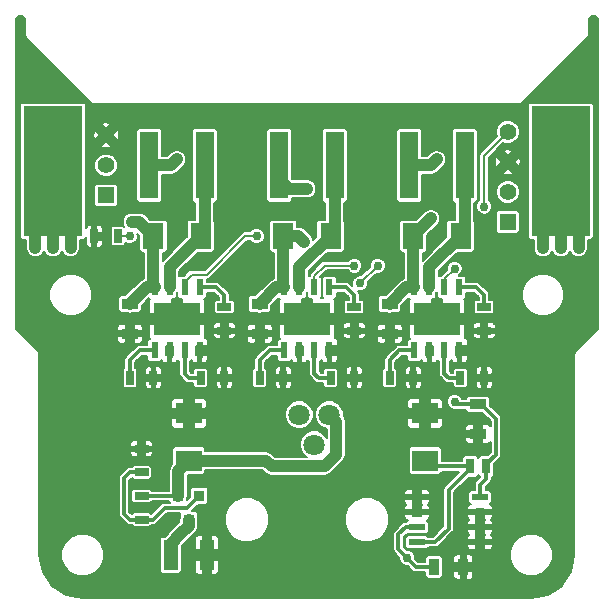
<source format=gtl>
G04 (created by PCBNEW (2013-mar-13)-testing) date Wed 10 Jun 2015 12:09:16 AM EDT*
%MOIN*%
G04 Gerber Fmt 3.4, Leading zero omitted, Abs format*
%FSLAX34Y34*%
G01*
G70*
G90*
G04 APERTURE LIST*
%ADD10C,0.005906*%
%ADD11R,0.196850X0.433071*%
%ADD12R,0.035000X0.055000*%
%ADD13R,0.055000X0.035000*%
%ADD14R,0.025000X0.045000*%
%ADD15R,0.050000X0.100000*%
%ADD16R,0.086600X0.070900*%
%ADD17R,0.070900X0.086600*%
%ADD18R,0.055000X0.055000*%
%ADD19C,0.055000*%
%ADD20C,0.070866*%
%ADD21R,0.045000X0.025000*%
%ADD22R,0.055100X0.023600*%
%ADD23R,0.023600X0.055100*%
%ADD24R,0.157500X0.110200*%
%ADD25R,0.062992X0.224409*%
%ADD26R,0.029528X0.051181*%
%ADD27R,0.036000X0.036000*%
%ADD28C,0.030000*%
%ADD29C,0.039370*%
%ADD30C,0.011811*%
%ADD31C,0.007874*%
G04 APERTURE END LIST*
G54D10*
G54D11*
X77362Y-66732D03*
X60433Y-66732D03*
G54D12*
X73129Y-79921D03*
X74114Y-79921D03*
G54D13*
X74606Y-74507D03*
X74606Y-75492D03*
G54D14*
X71653Y-73622D03*
X72440Y-73622D03*
X67322Y-73622D03*
X68110Y-73622D03*
X62992Y-73622D03*
X63779Y-73622D03*
G54D15*
X64360Y-79527D03*
X65560Y-79527D03*
G54D16*
X64960Y-74800D03*
X64960Y-76380D03*
X72834Y-74800D03*
X72834Y-76380D03*
G54D14*
X62598Y-68897D03*
X61811Y-68897D03*
G54D17*
X74018Y-68897D03*
X72438Y-68897D03*
X69687Y-68897D03*
X68107Y-68897D03*
X65356Y-68897D03*
X63776Y-68897D03*
G54D18*
X62204Y-67535D03*
G54D19*
X62204Y-66535D03*
X62204Y-65535D03*
G54D20*
X68147Y-75846D03*
X68647Y-74846D03*
X69147Y-75846D03*
X69647Y-74846D03*
G54D18*
X75590Y-68429D03*
G54D19*
X75590Y-67429D03*
X75590Y-66429D03*
X75590Y-65429D03*
G54D21*
X63385Y-77559D03*
X63385Y-78346D03*
X63385Y-76771D03*
X63385Y-75984D03*
G54D14*
X74803Y-73622D03*
X74015Y-73622D03*
G54D21*
X74803Y-72047D03*
X74803Y-71259D03*
G54D14*
X70472Y-73622D03*
X69685Y-73622D03*
G54D21*
X70472Y-72047D03*
X70472Y-71259D03*
G54D14*
X66141Y-73622D03*
X65354Y-73622D03*
G54D21*
X66141Y-72047D03*
X66141Y-71259D03*
G54D22*
X72572Y-79096D03*
X74672Y-79096D03*
X72572Y-78596D03*
X72572Y-78096D03*
X72572Y-77596D03*
X74672Y-78596D03*
X74672Y-78096D03*
X74672Y-77596D03*
G54D23*
X72478Y-70603D03*
X72478Y-72703D03*
X72978Y-70603D03*
X73478Y-70603D03*
X73978Y-70603D03*
X72978Y-72703D03*
X73478Y-72703D03*
X73978Y-72703D03*
G54D24*
X73228Y-71653D03*
G54D23*
X68147Y-70603D03*
X68147Y-72703D03*
X68647Y-70603D03*
X69147Y-70603D03*
X69647Y-70603D03*
X68647Y-72703D03*
X69147Y-72703D03*
X69647Y-72703D03*
G54D24*
X68897Y-71653D03*
G54D23*
X63816Y-70603D03*
X63816Y-72703D03*
X64316Y-70603D03*
X64816Y-70603D03*
X65316Y-70603D03*
X64316Y-72703D03*
X64816Y-72703D03*
X65316Y-72703D03*
G54D24*
X64566Y-71653D03*
G54D13*
X71653Y-71161D03*
X71653Y-72145D03*
X67322Y-71161D03*
X67322Y-72145D03*
X62992Y-71161D03*
X62992Y-72145D03*
G54D25*
X74153Y-66535D03*
X72303Y-66535D03*
X69822Y-66535D03*
X67972Y-66535D03*
X65492Y-66535D03*
X63641Y-66535D03*
G54D26*
X74340Y-76574D03*
X74872Y-76574D03*
G54D27*
X64610Y-77552D03*
X65310Y-77552D03*
X64960Y-78352D03*
G54D28*
X77952Y-69291D03*
X76771Y-69291D03*
X77362Y-69291D03*
X61023Y-69291D03*
X59842Y-69291D03*
X60433Y-69291D03*
X73031Y-68307D03*
X64665Y-78838D03*
X72244Y-79625D03*
X63070Y-68425D03*
X68799Y-69094D03*
X67224Y-68897D03*
X64566Y-66338D03*
X70472Y-69881D03*
X68897Y-67322D03*
X73818Y-69980D03*
X73228Y-66338D03*
X74803Y-67913D03*
X70669Y-70472D03*
X71259Y-69881D03*
X77165Y-76771D03*
X77165Y-75196D03*
X77165Y-73622D03*
X77165Y-72834D03*
X77165Y-74409D03*
X77165Y-75984D03*
X77165Y-77559D03*
X60629Y-76771D03*
X60629Y-74409D03*
X60629Y-72834D03*
X60629Y-73622D03*
X60629Y-75196D03*
X60629Y-75984D03*
X60629Y-77559D03*
X70078Y-80314D03*
X69291Y-80314D03*
X67716Y-80314D03*
X66929Y-80314D03*
X68503Y-80314D03*
X70866Y-80314D03*
X71062Y-71850D03*
X70866Y-69291D03*
X65748Y-71653D03*
X67322Y-69783D03*
X71358Y-68307D03*
X66929Y-73228D03*
X62992Y-68897D03*
X73818Y-74409D03*
G54D29*
X77362Y-66732D02*
X77952Y-67322D01*
X77952Y-67322D02*
X77952Y-69291D01*
X77362Y-66732D02*
X76771Y-67322D01*
X76771Y-67322D02*
X76771Y-69291D01*
X77362Y-66732D02*
X77362Y-69291D01*
X60433Y-66732D02*
X61023Y-67322D01*
X61023Y-67322D02*
X61023Y-69291D01*
X60433Y-66732D02*
X59842Y-67322D01*
X59842Y-67322D02*
X59842Y-69291D01*
X60433Y-66732D02*
X60433Y-69291D01*
X72438Y-68897D02*
X72440Y-68897D01*
X72440Y-68897D02*
X73031Y-68307D01*
X63776Y-68897D02*
X63304Y-68425D01*
X63304Y-68425D02*
X63070Y-68425D01*
X68107Y-68897D02*
X68602Y-68897D01*
X68602Y-68897D02*
X68799Y-69094D01*
G54D30*
X72572Y-78596D02*
X72190Y-78596D01*
X72539Y-79921D02*
X73129Y-79921D01*
X71948Y-79330D02*
X72244Y-79625D01*
X72244Y-79625D02*
X72539Y-79921D01*
X71948Y-78838D02*
X71948Y-79330D01*
X72190Y-78596D02*
X71948Y-78838D01*
G54D29*
X64960Y-78352D02*
X64960Y-78543D01*
X64360Y-79143D02*
X64360Y-79527D01*
X64960Y-78543D02*
X64665Y-78838D01*
X64665Y-78838D02*
X64360Y-79143D01*
X72478Y-70603D02*
X72211Y-70603D01*
X72211Y-70603D02*
X71653Y-71161D01*
X72438Y-70563D02*
X72478Y-70603D01*
X72438Y-68897D02*
X72438Y-70563D01*
X68147Y-70603D02*
X67880Y-70603D01*
X67880Y-70603D02*
X67322Y-71161D01*
X68107Y-70563D02*
X68147Y-70603D01*
X68107Y-68897D02*
X68107Y-70563D01*
X63776Y-68897D02*
X63776Y-70563D01*
X63776Y-70563D02*
X63816Y-70603D01*
X63550Y-70603D02*
X62992Y-71161D01*
X63816Y-70603D02*
X63550Y-70603D01*
G54D31*
X64816Y-70603D02*
X64816Y-70419D01*
X66830Y-68897D02*
X67224Y-68897D01*
X65551Y-70177D02*
X66830Y-68897D01*
X65059Y-70177D02*
X65551Y-70177D01*
X64816Y-70419D02*
X65059Y-70177D01*
G54D29*
X64370Y-66535D02*
X63641Y-66535D01*
X64566Y-66338D02*
X64370Y-66535D01*
G54D31*
X69147Y-70603D02*
X69147Y-70222D01*
X69488Y-69881D02*
X70472Y-69881D01*
X69147Y-70222D02*
X69488Y-69881D01*
G54D29*
X67972Y-66988D02*
X67972Y-66535D01*
X68307Y-67322D02*
X67972Y-66988D01*
X68897Y-67322D02*
X68307Y-67322D01*
G54D31*
X73818Y-69980D02*
X73478Y-70320D01*
X73478Y-70320D02*
X73478Y-70603D01*
G54D29*
X72303Y-66535D02*
X73031Y-66535D01*
X73031Y-66535D02*
X73228Y-66338D01*
G54D31*
X74803Y-66216D02*
X75590Y-65429D01*
X74803Y-67913D02*
X74803Y-66216D01*
X71259Y-69881D02*
X70669Y-70472D01*
X77165Y-77559D02*
X77165Y-76771D01*
X77165Y-75984D02*
X77165Y-75196D01*
X77165Y-74409D02*
X77165Y-73622D01*
X76377Y-72047D02*
X74803Y-72047D01*
X76377Y-72047D02*
X77165Y-72834D01*
X77165Y-73622D02*
X77165Y-72834D01*
X77165Y-75196D02*
X77165Y-74409D01*
X77165Y-76771D02*
X77165Y-75984D01*
X60629Y-77559D02*
X60629Y-76771D01*
X60629Y-75984D02*
X60629Y-75196D01*
X60629Y-74409D02*
X60629Y-75196D01*
X60629Y-73622D02*
X60629Y-72834D01*
X61318Y-72145D02*
X60629Y-72834D01*
X61318Y-72145D02*
X62992Y-72145D01*
X60629Y-74409D02*
X60629Y-73622D01*
X60629Y-76771D02*
X60629Y-75984D01*
X70866Y-80314D02*
X70078Y-80314D01*
X68503Y-80314D02*
X67716Y-80314D01*
X66141Y-79527D02*
X65560Y-79527D01*
X66141Y-79527D02*
X66929Y-80314D01*
X67716Y-80314D02*
X66929Y-80314D01*
X68503Y-80314D02*
X69291Y-80314D01*
X70078Y-80314D02*
X69291Y-80314D01*
X62992Y-68897D02*
X62598Y-68897D01*
G54D30*
X63385Y-78346D02*
X62992Y-78346D01*
X62992Y-76771D02*
X63385Y-76771D01*
X62795Y-76968D02*
X62992Y-76771D01*
X62795Y-78149D02*
X62795Y-76968D01*
X62992Y-78346D02*
X62795Y-78149D01*
X63385Y-78346D02*
X63779Y-78346D01*
X64910Y-77952D02*
X65310Y-77552D01*
X64173Y-77952D02*
X64910Y-77952D01*
X63779Y-78346D02*
X64173Y-77952D01*
X71653Y-73031D02*
X71653Y-73622D01*
X71981Y-72703D02*
X71653Y-73031D01*
X72478Y-72703D02*
X71981Y-72703D01*
X73478Y-73478D02*
X73622Y-73622D01*
X73622Y-73622D02*
X74015Y-73622D01*
X73478Y-72703D02*
X73478Y-73478D01*
X74540Y-70603D02*
X74803Y-70866D01*
X74803Y-70866D02*
X74803Y-71259D01*
X73978Y-70603D02*
X74540Y-70603D01*
G54D29*
X72978Y-69937D02*
X74018Y-68897D01*
X72978Y-70603D02*
X72978Y-69937D01*
X74153Y-68762D02*
X74153Y-66535D01*
X74018Y-68897D02*
X74153Y-68762D01*
G54D30*
X67322Y-73031D02*
X67322Y-73622D01*
X67650Y-72703D02*
X67322Y-73031D01*
X68147Y-72703D02*
X67650Y-72703D01*
X70209Y-70603D02*
X70472Y-70866D01*
X70472Y-70866D02*
X70472Y-71259D01*
X69647Y-70603D02*
X70209Y-70603D01*
G54D29*
X68647Y-69937D02*
X69687Y-68897D01*
X68647Y-70603D02*
X68647Y-69937D01*
X69822Y-68762D02*
X69822Y-66535D01*
X69687Y-68897D02*
X69822Y-68762D01*
G54D30*
X69147Y-73478D02*
X69291Y-73622D01*
X69291Y-73622D02*
X69685Y-73622D01*
X69147Y-72703D02*
X69147Y-73478D01*
X63816Y-72703D02*
X63320Y-72703D01*
X62992Y-73031D02*
X62992Y-73622D01*
X63320Y-72703D02*
X62992Y-73031D01*
X65316Y-70603D02*
X65879Y-70603D01*
X66141Y-70866D02*
X66141Y-71259D01*
X65879Y-70603D02*
X66141Y-70866D01*
G54D29*
X65356Y-68897D02*
X65492Y-68762D01*
X65492Y-68762D02*
X65492Y-66535D01*
X64316Y-70603D02*
X64316Y-69937D01*
X64316Y-69937D02*
X65356Y-68897D01*
G54D30*
X63385Y-77559D02*
X64604Y-77559D01*
X64604Y-77559D02*
X64610Y-77552D01*
G54D29*
X64610Y-77552D02*
X64610Y-76730D01*
X64610Y-76730D02*
X64960Y-76380D01*
X69647Y-74846D02*
X69881Y-75080D01*
X67522Y-76380D02*
X64960Y-76380D01*
X67716Y-76574D02*
X67522Y-76380D01*
X69488Y-76574D02*
X67716Y-76574D01*
X69881Y-76181D02*
X69488Y-76574D01*
X69881Y-75080D02*
X69881Y-76181D01*
G54D30*
X64816Y-72703D02*
X64816Y-73478D01*
X64960Y-73622D02*
X65354Y-73622D01*
X64816Y-73478D02*
X64960Y-73622D01*
X72572Y-79096D02*
X73167Y-79096D01*
X74340Y-76643D02*
X74340Y-76574D01*
X73622Y-77362D02*
X74340Y-76643D01*
X73622Y-78641D02*
X73622Y-77362D01*
X73167Y-79096D02*
X73622Y-78641D01*
X72834Y-76380D02*
X73028Y-76574D01*
X73028Y-76574D02*
X74340Y-76574D01*
X74606Y-74507D02*
X73917Y-74507D01*
X73917Y-74507D02*
X73818Y-74409D01*
X74872Y-76574D02*
X74872Y-76998D01*
X74672Y-77198D02*
X74672Y-77596D01*
X74872Y-76998D02*
X74672Y-77198D01*
X74872Y-76574D02*
X74872Y-76505D01*
X74704Y-74507D02*
X74606Y-74507D01*
X75196Y-75000D02*
X74704Y-74507D01*
X75196Y-76181D02*
X75196Y-75000D01*
X74872Y-76505D02*
X75196Y-76181D01*
G54D10*
G36*
X78602Y-71990D02*
X78464Y-72127D01*
X78464Y-68921D01*
X78464Y-68874D01*
X78464Y-64543D01*
X78446Y-64500D01*
X78413Y-64466D01*
X78369Y-64448D01*
X78322Y-64448D01*
X76354Y-64448D01*
X76311Y-64466D01*
X76277Y-64500D01*
X76259Y-64543D01*
X76259Y-64590D01*
X76259Y-68921D01*
X76277Y-68964D01*
X76311Y-68997D01*
X76354Y-69015D01*
X76401Y-69015D01*
X76456Y-69015D01*
X76456Y-69291D01*
X76480Y-69411D01*
X76548Y-69514D01*
X76651Y-69582D01*
X76771Y-69606D01*
X76892Y-69582D01*
X76994Y-69514D01*
X77062Y-69411D01*
X77066Y-69390D01*
X77071Y-69411D01*
X77139Y-69514D01*
X77241Y-69582D01*
X77362Y-69606D01*
X77482Y-69582D01*
X77584Y-69514D01*
X77653Y-69411D01*
X77657Y-69390D01*
X77661Y-69411D01*
X77730Y-69514D01*
X77832Y-69582D01*
X77952Y-69606D01*
X78073Y-69582D01*
X78175Y-69514D01*
X78243Y-69411D01*
X78267Y-69291D01*
X78267Y-69015D01*
X78369Y-69015D01*
X78413Y-68997D01*
X78446Y-68964D01*
X78464Y-68921D01*
X78464Y-72127D01*
X77855Y-72737D01*
X77825Y-72781D01*
X77814Y-72834D01*
X77814Y-79513D01*
X77703Y-80076D01*
X77480Y-80409D01*
X77480Y-70725D01*
X77372Y-70465D01*
X77173Y-70265D01*
X76913Y-70157D01*
X76631Y-70157D01*
X76370Y-70265D01*
X76171Y-70464D01*
X76063Y-70724D01*
X76062Y-71006D01*
X76170Y-71267D01*
X76369Y-71466D01*
X76630Y-71574D01*
X76911Y-71574D01*
X77172Y-71467D01*
X77372Y-71268D01*
X77480Y-71007D01*
X77480Y-70725D01*
X77480Y-80409D01*
X77392Y-80541D01*
X77086Y-80745D01*
X77086Y-79387D01*
X76979Y-79126D01*
X76779Y-78927D01*
X76519Y-78819D01*
X76237Y-78818D01*
X76030Y-78904D01*
X76030Y-66393D01*
X76010Y-66294D01*
X75983Y-66277D01*
X75983Y-65351D01*
X75924Y-65206D01*
X75813Y-65096D01*
X75669Y-65036D01*
X75512Y-65035D01*
X75368Y-65095D01*
X75257Y-65206D01*
X75197Y-65350D01*
X75197Y-65506D01*
X75224Y-65572D01*
X74691Y-66105D01*
X74657Y-66156D01*
X74645Y-66216D01*
X74645Y-67691D01*
X74575Y-67761D01*
X74535Y-67859D01*
X74534Y-67966D01*
X74575Y-68065D01*
X74651Y-68140D01*
X74749Y-68181D01*
X74856Y-68181D01*
X74954Y-68140D01*
X75030Y-68065D01*
X75071Y-67966D01*
X75071Y-67860D01*
X75030Y-67761D01*
X74960Y-67691D01*
X74960Y-66281D01*
X75447Y-65795D01*
X75512Y-65822D01*
X75668Y-65822D01*
X75812Y-65762D01*
X75923Y-65652D01*
X75983Y-65507D01*
X75983Y-65351D01*
X75983Y-66277D01*
X75954Y-66259D01*
X75785Y-66429D01*
X75954Y-66598D01*
X76010Y-66564D01*
X76030Y-66393D01*
X76030Y-78904D01*
X75983Y-78923D01*
X75983Y-67351D01*
X75924Y-67206D01*
X75813Y-67096D01*
X75760Y-67073D01*
X75760Y-66793D01*
X75760Y-66065D01*
X75725Y-66009D01*
X75554Y-65989D01*
X75455Y-66009D01*
X75420Y-66065D01*
X75590Y-66234D01*
X75760Y-66065D01*
X75760Y-66793D01*
X75590Y-66623D01*
X75420Y-66793D01*
X75455Y-66848D01*
X75626Y-66868D01*
X75725Y-66848D01*
X75760Y-66793D01*
X75760Y-67073D01*
X75669Y-67036D01*
X75512Y-67035D01*
X75396Y-67084D01*
X75396Y-66429D01*
X75226Y-66259D01*
X75170Y-66294D01*
X75151Y-66465D01*
X75170Y-66564D01*
X75226Y-66598D01*
X75396Y-66429D01*
X75396Y-67084D01*
X75368Y-67095D01*
X75257Y-67206D01*
X75197Y-67350D01*
X75197Y-67506D01*
X75257Y-67651D01*
X75367Y-67762D01*
X75512Y-67822D01*
X75668Y-67822D01*
X75812Y-67762D01*
X75923Y-67652D01*
X75983Y-67507D01*
X75983Y-67351D01*
X75983Y-78923D01*
X75983Y-78923D01*
X75983Y-68727D01*
X75983Y-68680D01*
X75983Y-68130D01*
X75965Y-68087D01*
X75932Y-68054D01*
X75889Y-68036D01*
X75842Y-68036D01*
X75292Y-68036D01*
X75248Y-68054D01*
X75215Y-68087D01*
X75197Y-68130D01*
X75197Y-68177D01*
X75197Y-68727D01*
X75215Y-68771D01*
X75248Y-68804D01*
X75292Y-68822D01*
X75339Y-68822D01*
X75889Y-68822D01*
X75932Y-68804D01*
X75965Y-68771D01*
X75983Y-68727D01*
X75983Y-78923D01*
X75977Y-78926D01*
X75777Y-79125D01*
X75669Y-79385D01*
X75669Y-79667D01*
X75776Y-79928D01*
X75976Y-80127D01*
X76236Y-80236D01*
X76518Y-80236D01*
X76778Y-80128D01*
X76978Y-79929D01*
X77086Y-79669D01*
X77086Y-79387D01*
X77086Y-80745D01*
X76926Y-80852D01*
X76364Y-80964D01*
X75374Y-80964D01*
X75374Y-76181D01*
X75374Y-75000D01*
X75360Y-74932D01*
X75360Y-74932D01*
X75322Y-74874D01*
X75185Y-74738D01*
X75185Y-72203D01*
X75185Y-72149D01*
X75185Y-71945D01*
X75185Y-71890D01*
X75161Y-71833D01*
X75146Y-71817D01*
X75146Y-71408D01*
X75146Y-71361D01*
X75146Y-71111D01*
X75128Y-71067D01*
X75095Y-71034D01*
X75051Y-71016D01*
X75004Y-71016D01*
X74980Y-71016D01*
X74980Y-70866D01*
X74966Y-70798D01*
X74928Y-70740D01*
X74665Y-70478D01*
X74608Y-70439D01*
X74540Y-70426D01*
X74214Y-70426D01*
X74214Y-70304D01*
X74196Y-70261D01*
X74163Y-70227D01*
X74119Y-70209D01*
X74072Y-70209D01*
X73965Y-70209D01*
X73970Y-70207D01*
X74046Y-70132D01*
X74086Y-70033D01*
X74087Y-69927D01*
X74046Y-69828D01*
X73970Y-69753D01*
X73872Y-69712D01*
X73765Y-69712D01*
X73667Y-69752D01*
X73591Y-69828D01*
X73550Y-69926D01*
X73550Y-70025D01*
X73366Y-70209D01*
X73366Y-70209D01*
X73336Y-70209D01*
X73293Y-70227D01*
X73293Y-70228D01*
X73293Y-70068D01*
X73912Y-69448D01*
X74396Y-69448D01*
X74439Y-69430D01*
X74472Y-69397D01*
X74490Y-69354D01*
X74490Y-69307D01*
X74490Y-68441D01*
X74472Y-68397D01*
X74468Y-68393D01*
X74468Y-67775D01*
X74491Y-67775D01*
X74535Y-67757D01*
X74568Y-67724D01*
X74586Y-67680D01*
X74586Y-67633D01*
X74586Y-65389D01*
X74568Y-65346D01*
X74535Y-65313D01*
X74491Y-65295D01*
X74445Y-65295D01*
X73815Y-65295D01*
X73771Y-65313D01*
X73738Y-65346D01*
X73720Y-65389D01*
X73720Y-65436D01*
X73720Y-67680D01*
X73738Y-67724D01*
X73771Y-67757D01*
X73815Y-67775D01*
X73838Y-67775D01*
X73838Y-68346D01*
X73640Y-68346D01*
X73596Y-68364D01*
X73563Y-68397D01*
X73545Y-68441D01*
X73545Y-68488D01*
X73545Y-68924D01*
X73543Y-68927D01*
X73543Y-66338D01*
X73519Y-66218D01*
X73451Y-66115D01*
X73348Y-66047D01*
X73228Y-66023D01*
X73107Y-66047D01*
X73005Y-66115D01*
X72901Y-66220D01*
X72736Y-66220D01*
X72736Y-65389D01*
X72718Y-65346D01*
X72685Y-65313D01*
X72641Y-65295D01*
X72594Y-65295D01*
X71964Y-65295D01*
X71921Y-65313D01*
X71888Y-65346D01*
X71870Y-65389D01*
X71870Y-65436D01*
X71870Y-67680D01*
X71888Y-67724D01*
X71921Y-67757D01*
X71964Y-67775D01*
X72011Y-67775D01*
X72641Y-67775D01*
X72685Y-67757D01*
X72718Y-67724D01*
X72736Y-67680D01*
X72736Y-67633D01*
X72736Y-66850D01*
X73031Y-66850D01*
X73031Y-66850D01*
X73152Y-66826D01*
X73254Y-66758D01*
X73451Y-66561D01*
X73519Y-66459D01*
X73543Y-66338D01*
X73543Y-68927D01*
X72755Y-69714D01*
X72753Y-69718D01*
X72753Y-69448D01*
X72816Y-69448D01*
X72859Y-69430D01*
X72892Y-69397D01*
X72910Y-69354D01*
X72910Y-69307D01*
X72910Y-68873D01*
X73254Y-68529D01*
X73322Y-68427D01*
X73346Y-68307D01*
X73322Y-68186D01*
X73254Y-68084D01*
X73152Y-68016D01*
X73031Y-67992D01*
X72910Y-68016D01*
X72808Y-68084D01*
X72546Y-68346D01*
X72060Y-68346D01*
X72016Y-68364D01*
X71983Y-68397D01*
X71965Y-68441D01*
X71965Y-68488D01*
X71965Y-69354D01*
X71983Y-69397D01*
X72016Y-69430D01*
X72060Y-69448D01*
X72107Y-69448D01*
X72123Y-69448D01*
X72123Y-70306D01*
X72090Y-70312D01*
X71988Y-70380D01*
X71527Y-70841D01*
X71527Y-69828D01*
X71487Y-69730D01*
X71411Y-69654D01*
X71313Y-69613D01*
X71206Y-69613D01*
X71108Y-69654D01*
X71032Y-69729D01*
X70991Y-69828D01*
X70991Y-69927D01*
X70714Y-70204D01*
X70616Y-70204D01*
X70517Y-70245D01*
X70442Y-70320D01*
X70401Y-70418D01*
X70401Y-70525D01*
X70414Y-70557D01*
X70335Y-70478D01*
X70277Y-70439D01*
X70209Y-70426D01*
X69883Y-70426D01*
X69883Y-70304D01*
X69865Y-70261D01*
X69832Y-70227D01*
X69789Y-70209D01*
X69742Y-70209D01*
X69506Y-70209D01*
X69462Y-70227D01*
X69429Y-70261D01*
X69411Y-70304D01*
X69411Y-70351D01*
X69411Y-70902D01*
X69429Y-70945D01*
X69366Y-70945D01*
X69383Y-70902D01*
X69383Y-70855D01*
X69383Y-70304D01*
X69365Y-70261D01*
X69348Y-70244D01*
X69553Y-70039D01*
X70250Y-70039D01*
X70320Y-70109D01*
X70418Y-70149D01*
X70525Y-70150D01*
X70624Y-70109D01*
X70699Y-70033D01*
X70740Y-69935D01*
X70740Y-69828D01*
X70699Y-69730D01*
X70624Y-69654D01*
X70526Y-69613D01*
X70419Y-69613D01*
X70320Y-69654D01*
X70250Y-69724D01*
X69488Y-69724D01*
X69488Y-69724D01*
X69427Y-69736D01*
X69376Y-69770D01*
X69036Y-70111D01*
X69002Y-70162D01*
X68991Y-70216D01*
X68991Y-70216D01*
X68962Y-70227D01*
X68962Y-70228D01*
X68962Y-70068D01*
X69581Y-69448D01*
X70065Y-69448D01*
X70109Y-69430D01*
X70142Y-69397D01*
X70160Y-69354D01*
X70160Y-69307D01*
X70160Y-68441D01*
X70142Y-68397D01*
X70137Y-68393D01*
X70137Y-67775D01*
X70161Y-67775D01*
X70204Y-67757D01*
X70237Y-67724D01*
X70255Y-67680D01*
X70255Y-67633D01*
X70255Y-65389D01*
X70237Y-65346D01*
X70204Y-65313D01*
X70161Y-65295D01*
X70114Y-65295D01*
X69484Y-65295D01*
X69440Y-65313D01*
X69407Y-65346D01*
X69389Y-65389D01*
X69389Y-65436D01*
X69389Y-67680D01*
X69407Y-67724D01*
X69440Y-67757D01*
X69484Y-67775D01*
X69507Y-67775D01*
X69507Y-68346D01*
X69309Y-68346D01*
X69266Y-68364D01*
X69233Y-68397D01*
X69215Y-68441D01*
X69215Y-68488D01*
X69215Y-68924D01*
X69212Y-68927D01*
X69212Y-67322D01*
X69188Y-67202D01*
X69120Y-67100D01*
X69018Y-67031D01*
X68897Y-67007D01*
X68437Y-67007D01*
X68405Y-66975D01*
X68405Y-65389D01*
X68387Y-65346D01*
X68354Y-65313D01*
X68310Y-65295D01*
X68263Y-65295D01*
X67633Y-65295D01*
X67590Y-65313D01*
X67557Y-65346D01*
X67539Y-65389D01*
X67539Y-65436D01*
X67539Y-67680D01*
X67557Y-67724D01*
X67590Y-67757D01*
X67633Y-67775D01*
X67680Y-67775D01*
X68310Y-67775D01*
X68354Y-67757D01*
X68387Y-67724D01*
X68405Y-67680D01*
X68405Y-67637D01*
X68897Y-67637D01*
X69018Y-67613D01*
X69120Y-67545D01*
X69188Y-67443D01*
X69212Y-67322D01*
X69212Y-68927D01*
X69102Y-69037D01*
X69090Y-68973D01*
X69021Y-68871D01*
X68825Y-68674D01*
X68722Y-68606D01*
X68602Y-68582D01*
X68580Y-68582D01*
X68580Y-68441D01*
X68562Y-68397D01*
X68529Y-68364D01*
X68485Y-68346D01*
X68438Y-68346D01*
X67729Y-68346D01*
X67686Y-68364D01*
X67653Y-68397D01*
X67635Y-68441D01*
X67635Y-68488D01*
X67635Y-69354D01*
X67653Y-69397D01*
X67686Y-69430D01*
X67729Y-69448D01*
X67776Y-69448D01*
X67792Y-69448D01*
X67792Y-70306D01*
X67760Y-70312D01*
X67657Y-70380D01*
X67492Y-70546D01*
X67492Y-68844D01*
X67451Y-68745D01*
X67376Y-68670D01*
X67277Y-68629D01*
X67171Y-68629D01*
X67072Y-68670D01*
X67002Y-68740D01*
X66830Y-68740D01*
X66770Y-68752D01*
X66719Y-68786D01*
X65485Y-70019D01*
X65059Y-70019D01*
X64998Y-70031D01*
X64947Y-70065D01*
X64947Y-70065D01*
X64803Y-70209D01*
X64675Y-70209D01*
X64632Y-70227D01*
X64631Y-70228D01*
X64631Y-70068D01*
X65251Y-69448D01*
X65734Y-69448D01*
X65778Y-69430D01*
X65811Y-69397D01*
X65829Y-69354D01*
X65829Y-69307D01*
X65829Y-68441D01*
X65811Y-68397D01*
X65807Y-68393D01*
X65807Y-67775D01*
X65830Y-67775D01*
X65873Y-67757D01*
X65907Y-67724D01*
X65925Y-67680D01*
X65925Y-67633D01*
X65925Y-65389D01*
X65907Y-65346D01*
X65873Y-65313D01*
X65830Y-65295D01*
X65783Y-65295D01*
X65153Y-65295D01*
X65110Y-65313D01*
X65077Y-65346D01*
X65059Y-65389D01*
X65059Y-65436D01*
X65059Y-67680D01*
X65077Y-67724D01*
X65110Y-67757D01*
X65153Y-67775D01*
X65177Y-67775D01*
X65177Y-68346D01*
X64978Y-68346D01*
X64935Y-68364D01*
X64902Y-68397D01*
X64884Y-68441D01*
X64884Y-68488D01*
X64884Y-68924D01*
X64881Y-68927D01*
X64881Y-66338D01*
X64857Y-66218D01*
X64789Y-66115D01*
X64687Y-66047D01*
X64566Y-66023D01*
X64446Y-66047D01*
X64344Y-66115D01*
X64239Y-66220D01*
X64074Y-66220D01*
X64074Y-65389D01*
X64056Y-65346D01*
X64023Y-65313D01*
X63980Y-65295D01*
X63933Y-65295D01*
X63303Y-65295D01*
X63259Y-65313D01*
X63226Y-65346D01*
X63208Y-65389D01*
X63208Y-65436D01*
X63208Y-67680D01*
X63226Y-67724D01*
X63259Y-67757D01*
X63303Y-67775D01*
X63350Y-67775D01*
X63980Y-67775D01*
X64023Y-67757D01*
X64056Y-67724D01*
X64074Y-67680D01*
X64074Y-67633D01*
X64074Y-66850D01*
X64370Y-66850D01*
X64370Y-66850D01*
X64490Y-66826D01*
X64592Y-66758D01*
X64789Y-66561D01*
X64857Y-66459D01*
X64881Y-66338D01*
X64881Y-68927D01*
X64094Y-69714D01*
X64091Y-69718D01*
X64091Y-69448D01*
X64154Y-69448D01*
X64198Y-69430D01*
X64231Y-69397D01*
X64249Y-69354D01*
X64249Y-69307D01*
X64249Y-68441D01*
X64231Y-68397D01*
X64198Y-68364D01*
X64154Y-68346D01*
X64107Y-68346D01*
X63671Y-68346D01*
X63527Y-68202D01*
X63425Y-68134D01*
X63304Y-68110D01*
X63070Y-68110D01*
X62950Y-68134D01*
X62848Y-68202D01*
X62779Y-68304D01*
X62755Y-68425D01*
X62779Y-68545D01*
X62812Y-68594D01*
X62790Y-68572D01*
X62746Y-68554D01*
X62699Y-68554D01*
X62644Y-68554D01*
X62644Y-65499D01*
X62624Y-65400D01*
X62568Y-65365D01*
X62399Y-65535D01*
X62568Y-65705D01*
X62624Y-65670D01*
X62644Y-65499D01*
X62644Y-68554D01*
X62597Y-68554D01*
X62597Y-66457D01*
X62538Y-66313D01*
X62427Y-66202D01*
X62374Y-66180D01*
X62374Y-65899D01*
X62374Y-65171D01*
X62339Y-65115D01*
X62168Y-65095D01*
X62069Y-65115D01*
X62035Y-65171D01*
X62204Y-65340D01*
X62374Y-65171D01*
X62374Y-65899D01*
X62204Y-65729D01*
X62035Y-65899D01*
X62069Y-65955D01*
X62240Y-65974D01*
X62339Y-65955D01*
X62374Y-65899D01*
X62374Y-66180D01*
X62283Y-66142D01*
X62126Y-66142D01*
X62010Y-66190D01*
X62010Y-65535D01*
X61840Y-65365D01*
X61784Y-65400D01*
X61765Y-65571D01*
X61784Y-65670D01*
X61840Y-65705D01*
X62010Y-65535D01*
X62010Y-66190D01*
X61982Y-66201D01*
X61871Y-66312D01*
X61811Y-66456D01*
X61811Y-66613D01*
X61871Y-66757D01*
X61981Y-66868D01*
X62126Y-66928D01*
X62282Y-66928D01*
X62427Y-66868D01*
X62537Y-66758D01*
X62597Y-66613D01*
X62597Y-66457D01*
X62597Y-68554D01*
X62597Y-68554D01*
X62597Y-67833D01*
X62597Y-67786D01*
X62597Y-67236D01*
X62579Y-67193D01*
X62546Y-67160D01*
X62503Y-67142D01*
X62456Y-67142D01*
X61906Y-67142D01*
X61862Y-67160D01*
X61829Y-67193D01*
X61811Y-67236D01*
X61811Y-67283D01*
X61811Y-67833D01*
X61829Y-67877D01*
X61862Y-67910D01*
X61906Y-67928D01*
X61953Y-67928D01*
X62503Y-67928D01*
X62546Y-67910D01*
X62579Y-67877D01*
X62597Y-67833D01*
X62597Y-68554D01*
X62449Y-68554D01*
X62406Y-68572D01*
X62373Y-68605D01*
X62355Y-68649D01*
X62355Y-68696D01*
X62355Y-69146D01*
X62373Y-69189D01*
X62406Y-69222D01*
X62449Y-69240D01*
X62496Y-69240D01*
X62746Y-69240D01*
X62790Y-69222D01*
X62823Y-69189D01*
X62841Y-69146D01*
X62841Y-69125D01*
X62938Y-69165D01*
X63045Y-69165D01*
X63143Y-69125D01*
X63219Y-69049D01*
X63260Y-68951D01*
X63260Y-68844D01*
X63247Y-68813D01*
X63304Y-68870D01*
X63304Y-69354D01*
X63322Y-69397D01*
X63355Y-69430D01*
X63398Y-69448D01*
X63445Y-69448D01*
X63461Y-69448D01*
X63461Y-70306D01*
X63429Y-70312D01*
X63327Y-70380D01*
X62839Y-70868D01*
X62693Y-70868D01*
X62650Y-70886D01*
X62616Y-70919D01*
X62599Y-70962D01*
X62599Y-71009D01*
X62599Y-71359D01*
X62616Y-71403D01*
X62650Y-71436D01*
X62693Y-71454D01*
X62740Y-71454D01*
X62882Y-71454D01*
X62992Y-71476D01*
X63101Y-71454D01*
X63290Y-71454D01*
X63334Y-71436D01*
X63367Y-71403D01*
X63385Y-71359D01*
X63385Y-71312D01*
X63385Y-71213D01*
X63625Y-70973D01*
X63632Y-70979D01*
X63666Y-70993D01*
X63645Y-71013D01*
X63621Y-71071D01*
X63621Y-71133D01*
X63621Y-71456D01*
X63661Y-71496D01*
X64409Y-71496D01*
X64409Y-70997D01*
X64458Y-70997D01*
X64501Y-70979D01*
X64535Y-70945D01*
X64553Y-70902D01*
X64553Y-70855D01*
X64553Y-70806D01*
X64580Y-70764D01*
X64580Y-70902D01*
X64598Y-70945D01*
X64632Y-70979D01*
X64675Y-70997D01*
X64722Y-70997D01*
X64724Y-70997D01*
X64724Y-71496D01*
X65472Y-71496D01*
X65511Y-71456D01*
X65511Y-71133D01*
X65511Y-71071D01*
X65487Y-71013D01*
X65467Y-70993D01*
X65501Y-70979D01*
X65535Y-70945D01*
X65553Y-70902D01*
X65553Y-70855D01*
X65553Y-70780D01*
X65805Y-70780D01*
X65964Y-70939D01*
X65964Y-71016D01*
X65893Y-71016D01*
X65849Y-71034D01*
X65816Y-71067D01*
X65798Y-71111D01*
X65798Y-71158D01*
X65798Y-71408D01*
X65816Y-71451D01*
X65849Y-71484D01*
X65893Y-71502D01*
X65940Y-71502D01*
X66390Y-71502D01*
X66433Y-71484D01*
X66466Y-71451D01*
X66484Y-71408D01*
X66484Y-71361D01*
X66484Y-71111D01*
X66466Y-71067D01*
X66433Y-71034D01*
X66390Y-71016D01*
X66343Y-71016D01*
X66318Y-71016D01*
X66318Y-70866D01*
X66305Y-70798D01*
X66267Y-70740D01*
X66004Y-70478D01*
X65946Y-70439D01*
X65879Y-70426D01*
X65553Y-70426D01*
X65553Y-70334D01*
X65611Y-70322D01*
X65611Y-70322D01*
X65662Y-70288D01*
X66895Y-69055D01*
X67002Y-69055D01*
X67072Y-69124D01*
X67170Y-69165D01*
X67277Y-69165D01*
X67376Y-69125D01*
X67451Y-69049D01*
X67492Y-68951D01*
X67492Y-68844D01*
X67492Y-70546D01*
X67170Y-70868D01*
X67024Y-70868D01*
X66980Y-70886D01*
X66947Y-70919D01*
X66929Y-70962D01*
X66929Y-71009D01*
X66929Y-71359D01*
X66947Y-71403D01*
X66980Y-71436D01*
X67024Y-71454D01*
X67071Y-71454D01*
X67212Y-71454D01*
X67322Y-71476D01*
X67432Y-71454D01*
X67621Y-71454D01*
X67664Y-71436D01*
X67697Y-71403D01*
X67715Y-71359D01*
X67715Y-71312D01*
X67715Y-71213D01*
X67956Y-70973D01*
X67962Y-70979D01*
X67996Y-70993D01*
X67976Y-71013D01*
X67952Y-71071D01*
X67952Y-71133D01*
X67952Y-71456D01*
X67992Y-71496D01*
X68740Y-71496D01*
X68740Y-70997D01*
X68789Y-70997D01*
X68832Y-70979D01*
X68865Y-70945D01*
X68883Y-70902D01*
X68883Y-70855D01*
X68883Y-70806D01*
X68911Y-70764D01*
X68911Y-70902D01*
X68929Y-70945D01*
X68962Y-70979D01*
X69006Y-70997D01*
X69053Y-70997D01*
X69055Y-70997D01*
X69055Y-71496D01*
X69803Y-71496D01*
X69842Y-71456D01*
X69842Y-71133D01*
X69842Y-71071D01*
X69818Y-71013D01*
X69798Y-70993D01*
X69832Y-70979D01*
X69865Y-70945D01*
X69883Y-70902D01*
X69883Y-70855D01*
X69883Y-70780D01*
X70136Y-70780D01*
X70295Y-70939D01*
X70295Y-71016D01*
X70223Y-71016D01*
X70180Y-71034D01*
X70147Y-71067D01*
X70129Y-71111D01*
X70129Y-71158D01*
X70129Y-71408D01*
X70147Y-71451D01*
X70180Y-71484D01*
X70223Y-71502D01*
X70270Y-71502D01*
X70720Y-71502D01*
X70764Y-71484D01*
X70797Y-71451D01*
X70815Y-71408D01*
X70815Y-71361D01*
X70815Y-71111D01*
X70797Y-71067D01*
X70764Y-71034D01*
X70720Y-71016D01*
X70673Y-71016D01*
X70649Y-71016D01*
X70649Y-70866D01*
X70636Y-70798D01*
X70597Y-70740D01*
X70584Y-70727D01*
X70615Y-70740D01*
X70722Y-70740D01*
X70820Y-70699D01*
X70896Y-70624D01*
X70937Y-70526D01*
X70937Y-70427D01*
X71214Y-70149D01*
X71312Y-70150D01*
X71411Y-70109D01*
X71487Y-70033D01*
X71527Y-69935D01*
X71527Y-69828D01*
X71527Y-70841D01*
X71501Y-70868D01*
X71355Y-70868D01*
X71311Y-70886D01*
X71278Y-70919D01*
X71260Y-70962D01*
X71260Y-71009D01*
X71260Y-71359D01*
X71278Y-71403D01*
X71311Y-71436D01*
X71355Y-71454D01*
X71402Y-71454D01*
X71543Y-71454D01*
X71653Y-71476D01*
X71763Y-71454D01*
X71952Y-71454D01*
X71995Y-71436D01*
X72028Y-71403D01*
X72046Y-71359D01*
X72046Y-71312D01*
X72046Y-71213D01*
X72287Y-70973D01*
X72293Y-70979D01*
X72327Y-70993D01*
X72307Y-71013D01*
X72283Y-71071D01*
X72283Y-71133D01*
X72283Y-71456D01*
X72322Y-71496D01*
X73070Y-71496D01*
X73070Y-70997D01*
X73119Y-70997D01*
X73163Y-70979D01*
X73196Y-70945D01*
X73214Y-70902D01*
X73214Y-70855D01*
X73214Y-70806D01*
X73242Y-70764D01*
X73242Y-70902D01*
X73260Y-70945D01*
X73293Y-70979D01*
X73336Y-70997D01*
X73383Y-70997D01*
X73385Y-70997D01*
X73385Y-71496D01*
X74133Y-71496D01*
X74173Y-71456D01*
X74173Y-71133D01*
X74173Y-71071D01*
X74149Y-71013D01*
X74129Y-70993D01*
X74163Y-70979D01*
X74196Y-70945D01*
X74214Y-70902D01*
X74214Y-70855D01*
X74214Y-70780D01*
X74467Y-70780D01*
X74625Y-70939D01*
X74625Y-71016D01*
X74554Y-71016D01*
X74511Y-71034D01*
X74478Y-71067D01*
X74460Y-71111D01*
X74460Y-71158D01*
X74460Y-71408D01*
X74478Y-71451D01*
X74511Y-71484D01*
X74554Y-71502D01*
X74601Y-71502D01*
X75051Y-71502D01*
X75095Y-71484D01*
X75128Y-71451D01*
X75146Y-71408D01*
X75146Y-71817D01*
X75117Y-71788D01*
X75059Y-71764D01*
X74996Y-71764D01*
X74955Y-71764D01*
X74915Y-71804D01*
X74915Y-71984D01*
X75146Y-71984D01*
X75185Y-71945D01*
X75185Y-72149D01*
X75146Y-72109D01*
X74915Y-72109D01*
X74915Y-72290D01*
X74955Y-72329D01*
X74996Y-72329D01*
X75059Y-72329D01*
X75117Y-72305D01*
X75161Y-72261D01*
X75185Y-72203D01*
X75185Y-74738D01*
X75085Y-74638D01*
X75085Y-73878D01*
X75085Y-73815D01*
X75085Y-73773D01*
X75085Y-73470D01*
X75085Y-73428D01*
X75085Y-73365D01*
X75061Y-73307D01*
X75017Y-73263D01*
X74959Y-73239D01*
X74905Y-73239D01*
X74865Y-73278D01*
X74865Y-73509D01*
X75046Y-73509D01*
X75085Y-73470D01*
X75085Y-73773D01*
X75046Y-73734D01*
X74865Y-73734D01*
X74865Y-73965D01*
X74905Y-74004D01*
X74959Y-74004D01*
X75017Y-73980D01*
X75061Y-73936D01*
X75085Y-73878D01*
X75085Y-74638D01*
X74999Y-74552D01*
X74999Y-74309D01*
X74981Y-74265D01*
X74948Y-74232D01*
X74904Y-74214D01*
X74857Y-74214D01*
X74740Y-74214D01*
X74740Y-73965D01*
X74740Y-73734D01*
X74740Y-73509D01*
X74740Y-73278D01*
X74701Y-73239D01*
X74690Y-73239D01*
X74690Y-72290D01*
X74690Y-72109D01*
X74690Y-71984D01*
X74690Y-71804D01*
X74651Y-71764D01*
X74609Y-71764D01*
X74546Y-71764D01*
X74488Y-71788D01*
X74444Y-71833D01*
X74420Y-71890D01*
X74420Y-71945D01*
X74460Y-71984D01*
X74690Y-71984D01*
X74690Y-72109D01*
X74460Y-72109D01*
X74420Y-72149D01*
X74420Y-72203D01*
X74444Y-72261D01*
X74488Y-72305D01*
X74546Y-72329D01*
X74609Y-72329D01*
X74651Y-72329D01*
X74690Y-72290D01*
X74690Y-73239D01*
X74646Y-73239D01*
X74588Y-73263D01*
X74544Y-73307D01*
X74520Y-73365D01*
X74520Y-73428D01*
X74520Y-73470D01*
X74560Y-73509D01*
X74740Y-73509D01*
X74740Y-73734D01*
X74560Y-73734D01*
X74520Y-73773D01*
X74520Y-73815D01*
X74520Y-73878D01*
X74544Y-73936D01*
X74588Y-73980D01*
X74646Y-74004D01*
X74701Y-74004D01*
X74740Y-73965D01*
X74740Y-74214D01*
X74307Y-74214D01*
X74264Y-74232D01*
X74258Y-74238D01*
X74258Y-73870D01*
X74258Y-73823D01*
X74258Y-73373D01*
X74253Y-73361D01*
X74253Y-73010D01*
X74253Y-72947D01*
X74253Y-72880D01*
X74214Y-72841D01*
X74037Y-72841D01*
X74037Y-73097D01*
X74076Y-73136D01*
X74127Y-73136D01*
X74185Y-73112D01*
X74229Y-73068D01*
X74253Y-73010D01*
X74253Y-73361D01*
X74240Y-73330D01*
X74207Y-73296D01*
X74164Y-73278D01*
X74117Y-73278D01*
X73867Y-73278D01*
X73823Y-73296D01*
X73790Y-73330D01*
X73772Y-73373D01*
X73772Y-73420D01*
X73772Y-73444D01*
X73695Y-73444D01*
X73655Y-73404D01*
X73655Y-73082D01*
X73663Y-73079D01*
X73696Y-73045D01*
X73707Y-73020D01*
X73726Y-73068D01*
X73771Y-73112D01*
X73829Y-73136D01*
X73879Y-73136D01*
X73919Y-73097D01*
X73919Y-72841D01*
X73860Y-72841D01*
X73860Y-72565D01*
X73919Y-72565D01*
X73919Y-72538D01*
X74037Y-72538D01*
X74037Y-72565D01*
X74214Y-72565D01*
X74253Y-72526D01*
X74253Y-72459D01*
X74253Y-72396D01*
X74229Y-72338D01*
X74185Y-72294D01*
X74154Y-72281D01*
X74173Y-72235D01*
X74173Y-72173D01*
X74173Y-71850D01*
X74133Y-71811D01*
X73385Y-71811D01*
X73385Y-71818D01*
X73070Y-71818D01*
X73070Y-71811D01*
X72322Y-71811D01*
X72283Y-71850D01*
X72283Y-72173D01*
X72283Y-72235D01*
X72307Y-72293D01*
X72327Y-72313D01*
X72293Y-72327D01*
X72260Y-72361D01*
X72242Y-72404D01*
X72242Y-72451D01*
X72242Y-72526D01*
X72086Y-72526D01*
X72086Y-72351D01*
X72086Y-72272D01*
X72086Y-72018D01*
X72086Y-71939D01*
X72062Y-71881D01*
X72017Y-71837D01*
X71959Y-71813D01*
X71897Y-71813D01*
X71830Y-71813D01*
X71791Y-71852D01*
X71791Y-72058D01*
X72046Y-72058D01*
X72086Y-72018D01*
X72086Y-72272D01*
X72046Y-72233D01*
X71791Y-72233D01*
X71791Y-72438D01*
X71830Y-72478D01*
X71897Y-72478D01*
X71959Y-72478D01*
X72017Y-72454D01*
X72062Y-72409D01*
X72086Y-72351D01*
X72086Y-72526D01*
X71981Y-72526D01*
X71913Y-72539D01*
X71856Y-72578D01*
X71528Y-72906D01*
X71516Y-72924D01*
X71516Y-72438D01*
X71516Y-72233D01*
X71516Y-72058D01*
X71516Y-71852D01*
X71476Y-71813D01*
X71409Y-71813D01*
X71347Y-71813D01*
X71289Y-71837D01*
X71245Y-71881D01*
X71221Y-71939D01*
X71221Y-72018D01*
X71260Y-72058D01*
X71516Y-72058D01*
X71516Y-72233D01*
X71260Y-72233D01*
X71221Y-72272D01*
X71221Y-72351D01*
X71245Y-72409D01*
X71289Y-72454D01*
X71347Y-72478D01*
X71409Y-72478D01*
X71476Y-72478D01*
X71516Y-72438D01*
X71516Y-72924D01*
X71489Y-72963D01*
X71476Y-73031D01*
X71476Y-73290D01*
X71461Y-73296D01*
X71428Y-73330D01*
X71410Y-73373D01*
X71410Y-73420D01*
X71410Y-73870D01*
X71428Y-73913D01*
X71461Y-73947D01*
X71505Y-73965D01*
X71552Y-73965D01*
X71802Y-73965D01*
X71845Y-73947D01*
X71878Y-73913D01*
X71896Y-73870D01*
X71896Y-73823D01*
X71896Y-73373D01*
X71878Y-73330D01*
X71845Y-73296D01*
X71830Y-73290D01*
X71830Y-73104D01*
X72054Y-72880D01*
X72242Y-72880D01*
X72242Y-73002D01*
X72260Y-73045D01*
X72293Y-73079D01*
X72336Y-73097D01*
X72383Y-73097D01*
X72619Y-73097D01*
X72663Y-73079D01*
X72696Y-73045D01*
X72707Y-73020D01*
X72726Y-73068D01*
X72771Y-73112D01*
X72829Y-73136D01*
X72879Y-73136D01*
X72919Y-73097D01*
X72919Y-72841D01*
X72860Y-72841D01*
X72860Y-72565D01*
X72919Y-72565D01*
X72919Y-72538D01*
X73037Y-72538D01*
X73037Y-72565D01*
X73096Y-72565D01*
X73096Y-72841D01*
X73037Y-72841D01*
X73037Y-73097D01*
X73076Y-73136D01*
X73127Y-73136D01*
X73185Y-73112D01*
X73229Y-73068D01*
X73249Y-73020D01*
X73260Y-73045D01*
X73293Y-73079D01*
X73301Y-73082D01*
X73301Y-73478D01*
X73314Y-73546D01*
X73353Y-73603D01*
X73496Y-73747D01*
X73554Y-73785D01*
X73554Y-73785D01*
X73622Y-73799D01*
X73772Y-73799D01*
X73772Y-73870D01*
X73790Y-73913D01*
X73823Y-73947D01*
X73867Y-73965D01*
X73914Y-73965D01*
X74164Y-73965D01*
X74207Y-73947D01*
X74240Y-73913D01*
X74258Y-73870D01*
X74258Y-74238D01*
X74231Y-74265D01*
X74213Y-74309D01*
X74213Y-74330D01*
X74076Y-74330D01*
X74046Y-74257D01*
X73970Y-74182D01*
X73872Y-74141D01*
X73765Y-74141D01*
X73667Y-74182D01*
X73591Y-74257D01*
X73550Y-74355D01*
X73550Y-74462D01*
X73591Y-74561D01*
X73666Y-74636D01*
X73765Y-74677D01*
X73871Y-74677D01*
X73874Y-74676D01*
X73917Y-74685D01*
X74213Y-74685D01*
X74213Y-74706D01*
X74231Y-74749D01*
X74264Y-74783D01*
X74307Y-74800D01*
X74354Y-74800D01*
X74747Y-74800D01*
X75019Y-75073D01*
X75019Y-75239D01*
X75014Y-75227D01*
X74970Y-75183D01*
X74912Y-75159D01*
X74849Y-75159D01*
X74783Y-75159D01*
X74743Y-75199D01*
X74743Y-75404D01*
X74771Y-75404D01*
X74771Y-75579D01*
X74743Y-75579D01*
X74743Y-75785D01*
X74783Y-75824D01*
X74849Y-75824D01*
X74912Y-75824D01*
X74970Y-75800D01*
X75014Y-75756D01*
X75019Y-75744D01*
X75019Y-76107D01*
X74926Y-76200D01*
X74700Y-76200D01*
X74657Y-76218D01*
X74624Y-76251D01*
X74606Y-76295D01*
X74588Y-76251D01*
X74555Y-76218D01*
X74511Y-76200D01*
X74468Y-76200D01*
X74468Y-75785D01*
X74468Y-75579D01*
X74468Y-75404D01*
X74468Y-75199D01*
X74429Y-75159D01*
X74362Y-75159D01*
X74299Y-75159D01*
X74242Y-75183D01*
X74197Y-75227D01*
X74173Y-75285D01*
X74173Y-75365D01*
X74213Y-75404D01*
X74468Y-75404D01*
X74468Y-75579D01*
X74213Y-75579D01*
X74173Y-75618D01*
X74173Y-75698D01*
X74197Y-75756D01*
X74242Y-75800D01*
X74299Y-75824D01*
X74362Y-75824D01*
X74429Y-75824D01*
X74468Y-75785D01*
X74468Y-76200D01*
X74464Y-76200D01*
X74169Y-76200D01*
X74126Y-76218D01*
X74092Y-76251D01*
X74074Y-76295D01*
X74074Y-76342D01*
X74074Y-76397D01*
X73425Y-76397D01*
X73425Y-75186D01*
X73425Y-74997D01*
X73425Y-74603D01*
X73425Y-74414D01*
X73401Y-74356D01*
X73356Y-74312D01*
X73298Y-74288D01*
X73236Y-74288D01*
X73031Y-74288D01*
X72992Y-74327D01*
X72992Y-74643D01*
X73385Y-74643D01*
X73425Y-74603D01*
X73425Y-74997D01*
X73385Y-74958D01*
X72992Y-74958D01*
X72992Y-75273D01*
X73031Y-75312D01*
X73236Y-75312D01*
X73298Y-75312D01*
X73356Y-75288D01*
X73401Y-75244D01*
X73425Y-75186D01*
X73425Y-76397D01*
X73385Y-76397D01*
X73385Y-76002D01*
X73367Y-75959D01*
X73334Y-75925D01*
X73291Y-75907D01*
X73244Y-75907D01*
X72723Y-75907D01*
X72723Y-73878D01*
X72723Y-73815D01*
X72723Y-73773D01*
X72723Y-73470D01*
X72723Y-73428D01*
X72723Y-73365D01*
X72699Y-73307D01*
X72655Y-73263D01*
X72597Y-73239D01*
X72542Y-73239D01*
X72503Y-73278D01*
X72503Y-73509D01*
X72684Y-73509D01*
X72723Y-73470D01*
X72723Y-73773D01*
X72684Y-73734D01*
X72503Y-73734D01*
X72503Y-73965D01*
X72542Y-74004D01*
X72597Y-74004D01*
X72655Y-73980D01*
X72699Y-73936D01*
X72723Y-73878D01*
X72723Y-75907D01*
X72677Y-75907D01*
X72677Y-75273D01*
X72677Y-74958D01*
X72677Y-74643D01*
X72677Y-74327D01*
X72637Y-74288D01*
X72432Y-74288D01*
X72378Y-74288D01*
X72378Y-73965D01*
X72378Y-73734D01*
X72378Y-73509D01*
X72378Y-73278D01*
X72339Y-73239D01*
X72284Y-73239D01*
X72226Y-73263D01*
X72182Y-73307D01*
X72158Y-73365D01*
X72158Y-73428D01*
X72158Y-73470D01*
X72197Y-73509D01*
X72378Y-73509D01*
X72378Y-73734D01*
X72197Y-73734D01*
X72158Y-73773D01*
X72158Y-73815D01*
X72158Y-73878D01*
X72182Y-73936D01*
X72226Y-73980D01*
X72284Y-74004D01*
X72339Y-74004D01*
X72378Y-73965D01*
X72378Y-74288D01*
X72370Y-74288D01*
X72312Y-74312D01*
X72268Y-74356D01*
X72244Y-74414D01*
X72244Y-74603D01*
X72283Y-74643D01*
X72677Y-74643D01*
X72677Y-74958D01*
X72283Y-74958D01*
X72244Y-74997D01*
X72244Y-75186D01*
X72268Y-75244D01*
X72312Y-75288D01*
X72370Y-75312D01*
X72432Y-75312D01*
X72637Y-75312D01*
X72677Y-75273D01*
X72677Y-75907D01*
X72378Y-75907D01*
X72334Y-75925D01*
X72301Y-75959D01*
X72283Y-76002D01*
X72283Y-76049D01*
X72283Y-76758D01*
X72301Y-76801D01*
X72334Y-76835D01*
X72378Y-76853D01*
X72425Y-76853D01*
X73291Y-76853D01*
X73334Y-76835D01*
X73367Y-76801D01*
X73385Y-76758D01*
X73385Y-76751D01*
X73981Y-76751D01*
X73496Y-77236D01*
X73458Y-77294D01*
X73444Y-77362D01*
X73444Y-78568D01*
X73093Y-78919D01*
X72950Y-78919D01*
X72947Y-78911D01*
X72914Y-78878D01*
X72871Y-78860D01*
X72824Y-78860D01*
X72273Y-78860D01*
X72229Y-78878D01*
X72196Y-78911D01*
X72178Y-78954D01*
X72178Y-79001D01*
X72178Y-79237D01*
X72196Y-79281D01*
X72229Y-79314D01*
X72273Y-79332D01*
X72320Y-79332D01*
X72871Y-79332D01*
X72914Y-79314D01*
X72947Y-79281D01*
X72950Y-79273D01*
X73167Y-79273D01*
X73235Y-79260D01*
X73235Y-79260D01*
X73292Y-79221D01*
X73747Y-78767D01*
X73785Y-78709D01*
X73785Y-78709D01*
X73799Y-78641D01*
X73799Y-77435D01*
X74285Y-76948D01*
X74511Y-76948D01*
X74555Y-76930D01*
X74588Y-76897D01*
X74606Y-76854D01*
X74606Y-76854D01*
X74624Y-76897D01*
X74657Y-76930D01*
X74679Y-76939D01*
X74546Y-77072D01*
X74508Y-77130D01*
X74494Y-77198D01*
X74494Y-77360D01*
X74373Y-77360D01*
X74329Y-77378D01*
X74296Y-77411D01*
X74278Y-77454D01*
X74278Y-77501D01*
X74278Y-77737D01*
X74296Y-77781D01*
X74329Y-77814D01*
X74355Y-77825D01*
X74307Y-77844D01*
X74263Y-77889D01*
X74239Y-77947D01*
X74239Y-77998D01*
X74278Y-78037D01*
X74534Y-78037D01*
X74534Y-77978D01*
X74809Y-77978D01*
X74809Y-78037D01*
X75065Y-78037D01*
X75105Y-77998D01*
X75105Y-77947D01*
X75081Y-77889D01*
X75036Y-77844D01*
X74988Y-77825D01*
X75014Y-77814D01*
X75047Y-77781D01*
X75065Y-77737D01*
X75065Y-77690D01*
X75065Y-77454D01*
X75047Y-77411D01*
X75014Y-77378D01*
X74971Y-77360D01*
X74924Y-77360D01*
X74849Y-77360D01*
X74849Y-77271D01*
X74997Y-77123D01*
X75035Y-77065D01*
X75049Y-76998D01*
X75049Y-76946D01*
X75086Y-76930D01*
X75119Y-76897D01*
X75137Y-76854D01*
X75137Y-76807D01*
X75137Y-76490D01*
X75322Y-76306D01*
X75360Y-76248D01*
X75374Y-76181D01*
X75374Y-80964D01*
X75105Y-80964D01*
X75105Y-79245D01*
X75105Y-79194D01*
X75105Y-78998D01*
X75105Y-78947D01*
X75081Y-78889D01*
X75038Y-78846D01*
X75081Y-78803D01*
X75105Y-78745D01*
X75105Y-78694D01*
X75105Y-78498D01*
X75105Y-78447D01*
X75081Y-78389D01*
X75038Y-78346D01*
X75081Y-78303D01*
X75105Y-78245D01*
X75105Y-78194D01*
X75065Y-78155D01*
X74809Y-78155D01*
X74809Y-78332D01*
X74823Y-78346D01*
X74809Y-78360D01*
X74809Y-78537D01*
X75065Y-78537D01*
X75105Y-78498D01*
X75105Y-78694D01*
X75065Y-78655D01*
X74809Y-78655D01*
X74809Y-78832D01*
X74823Y-78846D01*
X74809Y-78860D01*
X74809Y-79037D01*
X75065Y-79037D01*
X75105Y-78998D01*
X75105Y-79194D01*
X75065Y-79155D01*
X74809Y-79155D01*
X74809Y-79332D01*
X74849Y-79371D01*
X74916Y-79371D01*
X74978Y-79371D01*
X75036Y-79347D01*
X75081Y-79303D01*
X75105Y-79245D01*
X75105Y-80964D01*
X74534Y-80964D01*
X74534Y-79332D01*
X74534Y-79155D01*
X74534Y-79037D01*
X74534Y-78860D01*
X74520Y-78846D01*
X74534Y-78832D01*
X74534Y-78655D01*
X74534Y-78537D01*
X74534Y-78360D01*
X74520Y-78346D01*
X74534Y-78332D01*
X74534Y-78155D01*
X74278Y-78155D01*
X74239Y-78194D01*
X74239Y-78245D01*
X74263Y-78303D01*
X74305Y-78346D01*
X74263Y-78389D01*
X74239Y-78447D01*
X74239Y-78498D01*
X74278Y-78537D01*
X74534Y-78537D01*
X74534Y-78655D01*
X74278Y-78655D01*
X74239Y-78694D01*
X74239Y-78745D01*
X74263Y-78803D01*
X74305Y-78846D01*
X74263Y-78889D01*
X74239Y-78947D01*
X74239Y-78998D01*
X74278Y-79037D01*
X74534Y-79037D01*
X74534Y-79155D01*
X74278Y-79155D01*
X74239Y-79194D01*
X74239Y-79245D01*
X74263Y-79303D01*
X74307Y-79347D01*
X74365Y-79371D01*
X74427Y-79371D01*
X74494Y-79371D01*
X74534Y-79332D01*
X74534Y-80964D01*
X74446Y-80964D01*
X74446Y-80227D01*
X74446Y-80164D01*
X74446Y-80098D01*
X74446Y-79744D01*
X74446Y-79677D01*
X74446Y-79614D01*
X74422Y-79557D01*
X74378Y-79512D01*
X74320Y-79488D01*
X74241Y-79488D01*
X74201Y-79528D01*
X74201Y-79783D01*
X74407Y-79783D01*
X74446Y-79744D01*
X74446Y-80098D01*
X74407Y-80058D01*
X74201Y-80058D01*
X74201Y-80314D01*
X74241Y-80353D01*
X74320Y-80353D01*
X74378Y-80329D01*
X74422Y-80285D01*
X74446Y-80227D01*
X74446Y-80964D01*
X74026Y-80964D01*
X74026Y-80314D01*
X74026Y-80058D01*
X74026Y-79783D01*
X74026Y-79528D01*
X73987Y-79488D01*
X73907Y-79488D01*
X73849Y-79512D01*
X73805Y-79557D01*
X73781Y-79614D01*
X73781Y-79677D01*
X73781Y-79744D01*
X73821Y-79783D01*
X74026Y-79783D01*
X74026Y-80058D01*
X73821Y-80058D01*
X73781Y-80098D01*
X73781Y-80164D01*
X73781Y-80227D01*
X73805Y-80285D01*
X73849Y-80329D01*
X73907Y-80353D01*
X73987Y-80353D01*
X74026Y-80314D01*
X74026Y-80964D01*
X73423Y-80964D01*
X73423Y-80219D01*
X73423Y-80172D01*
X73423Y-79622D01*
X73405Y-79579D01*
X73371Y-79546D01*
X73328Y-79528D01*
X73281Y-79528D01*
X72931Y-79528D01*
X72888Y-79546D01*
X72854Y-79579D01*
X72836Y-79622D01*
X72836Y-79669D01*
X72836Y-79744D01*
X72612Y-79744D01*
X72512Y-79643D01*
X72512Y-79572D01*
X72471Y-79474D01*
X72396Y-79398D01*
X72297Y-79357D01*
X72226Y-79357D01*
X72125Y-79257D01*
X72125Y-78911D01*
X72226Y-78811D01*
X72229Y-78814D01*
X72273Y-78832D01*
X72320Y-78832D01*
X72871Y-78832D01*
X72914Y-78814D01*
X72947Y-78781D01*
X72965Y-78737D01*
X72965Y-78690D01*
X72965Y-78454D01*
X72947Y-78411D01*
X72914Y-78378D01*
X72888Y-78367D01*
X72936Y-78347D01*
X72981Y-78303D01*
X73005Y-78245D01*
X73005Y-78194D01*
X73005Y-77998D01*
X73005Y-77947D01*
X72981Y-77889D01*
X72938Y-77846D01*
X72981Y-77803D01*
X73005Y-77745D01*
X73005Y-77694D01*
X73005Y-77498D01*
X73005Y-77447D01*
X72981Y-77389D01*
X72936Y-77344D01*
X72878Y-77320D01*
X72816Y-77320D01*
X72749Y-77320D01*
X72709Y-77360D01*
X72709Y-77537D01*
X72965Y-77537D01*
X73005Y-77498D01*
X73005Y-77694D01*
X72965Y-77655D01*
X72709Y-77655D01*
X72709Y-77832D01*
X72723Y-77846D01*
X72709Y-77860D01*
X72709Y-78037D01*
X72965Y-78037D01*
X73005Y-77998D01*
X73005Y-78194D01*
X72965Y-78155D01*
X72709Y-78155D01*
X72709Y-78214D01*
X72434Y-78214D01*
X72434Y-78155D01*
X72434Y-78037D01*
X72434Y-77860D01*
X72420Y-77846D01*
X72434Y-77832D01*
X72434Y-77655D01*
X72434Y-77537D01*
X72434Y-77360D01*
X72394Y-77320D01*
X72327Y-77320D01*
X72265Y-77320D01*
X72207Y-77344D01*
X72163Y-77389D01*
X72139Y-77447D01*
X72139Y-77498D01*
X72178Y-77537D01*
X72434Y-77537D01*
X72434Y-77655D01*
X72178Y-77655D01*
X72139Y-77694D01*
X72139Y-77745D01*
X72163Y-77803D01*
X72205Y-77846D01*
X72163Y-77889D01*
X72139Y-77947D01*
X72139Y-77998D01*
X72178Y-78037D01*
X72434Y-78037D01*
X72434Y-78155D01*
X72178Y-78155D01*
X72139Y-78194D01*
X72139Y-78245D01*
X72163Y-78303D01*
X72207Y-78347D01*
X72255Y-78367D01*
X72229Y-78378D01*
X72196Y-78411D01*
X72193Y-78419D01*
X72190Y-78419D01*
X72123Y-78432D01*
X72065Y-78471D01*
X71823Y-78713D01*
X71785Y-78770D01*
X71771Y-78838D01*
X71771Y-79330D01*
X71785Y-79398D01*
X71823Y-79455D01*
X71975Y-79608D01*
X71975Y-79679D01*
X72016Y-79777D01*
X72092Y-79853D01*
X72190Y-79894D01*
X72261Y-79894D01*
X72414Y-80046D01*
X72471Y-80084D01*
X72471Y-80084D01*
X72539Y-80098D01*
X72836Y-80098D01*
X72836Y-80219D01*
X72854Y-80263D01*
X72888Y-80296D01*
X72931Y-80314D01*
X72978Y-80314D01*
X73328Y-80314D01*
X73371Y-80296D01*
X73405Y-80263D01*
X73423Y-80219D01*
X73423Y-80964D01*
X71645Y-80964D01*
X71645Y-78198D01*
X71532Y-77923D01*
X71321Y-77712D01*
X71047Y-77598D01*
X70854Y-77598D01*
X70854Y-72203D01*
X70854Y-72149D01*
X70854Y-71945D01*
X70854Y-71890D01*
X70830Y-71833D01*
X70786Y-71788D01*
X70728Y-71764D01*
X70666Y-71764D01*
X70624Y-71764D01*
X70584Y-71804D01*
X70584Y-71984D01*
X70815Y-71984D01*
X70854Y-71945D01*
X70854Y-72149D01*
X70815Y-72109D01*
X70584Y-72109D01*
X70584Y-72290D01*
X70624Y-72329D01*
X70666Y-72329D01*
X70728Y-72329D01*
X70786Y-72305D01*
X70830Y-72261D01*
X70854Y-72203D01*
X70854Y-77598D01*
X70754Y-77598D01*
X70754Y-73878D01*
X70754Y-73815D01*
X70754Y-73773D01*
X70754Y-73470D01*
X70754Y-73428D01*
X70754Y-73365D01*
X70730Y-73307D01*
X70686Y-73263D01*
X70628Y-73239D01*
X70574Y-73239D01*
X70534Y-73278D01*
X70534Y-73509D01*
X70715Y-73509D01*
X70754Y-73470D01*
X70754Y-73773D01*
X70715Y-73734D01*
X70534Y-73734D01*
X70534Y-73965D01*
X70574Y-74004D01*
X70628Y-74004D01*
X70686Y-73980D01*
X70730Y-73936D01*
X70754Y-73878D01*
X70754Y-77598D01*
X70749Y-77598D01*
X70474Y-77711D01*
X70409Y-77776D01*
X70409Y-73965D01*
X70409Y-73734D01*
X70409Y-73509D01*
X70409Y-73278D01*
X70370Y-73239D01*
X70359Y-73239D01*
X70359Y-72290D01*
X70359Y-72109D01*
X70359Y-71984D01*
X70359Y-71804D01*
X70320Y-71764D01*
X70278Y-71764D01*
X70216Y-71764D01*
X70158Y-71788D01*
X70113Y-71833D01*
X70089Y-71890D01*
X70089Y-71945D01*
X70129Y-71984D01*
X70359Y-71984D01*
X70359Y-72109D01*
X70129Y-72109D01*
X70089Y-72149D01*
X70089Y-72203D01*
X70113Y-72261D01*
X70158Y-72305D01*
X70216Y-72329D01*
X70278Y-72329D01*
X70320Y-72329D01*
X70359Y-72290D01*
X70359Y-73239D01*
X70316Y-73239D01*
X70258Y-73263D01*
X70213Y-73307D01*
X70189Y-73365D01*
X70189Y-73428D01*
X70189Y-73470D01*
X70229Y-73509D01*
X70409Y-73509D01*
X70409Y-73734D01*
X70229Y-73734D01*
X70189Y-73773D01*
X70189Y-73815D01*
X70189Y-73878D01*
X70213Y-73936D01*
X70258Y-73980D01*
X70316Y-74004D01*
X70370Y-74004D01*
X70409Y-73965D01*
X70409Y-77776D01*
X70263Y-77922D01*
X70196Y-78083D01*
X70196Y-76181D01*
X70196Y-75080D01*
X70172Y-74960D01*
X70120Y-74881D01*
X70120Y-74752D01*
X70048Y-74579D01*
X69928Y-74458D01*
X69928Y-73870D01*
X69928Y-73823D01*
X69928Y-73373D01*
X69923Y-73361D01*
X69923Y-73010D01*
X69923Y-72947D01*
X69923Y-72880D01*
X69883Y-72841D01*
X69706Y-72841D01*
X69706Y-73097D01*
X69746Y-73136D01*
X69796Y-73136D01*
X69854Y-73112D01*
X69899Y-73068D01*
X69923Y-73010D01*
X69923Y-73361D01*
X69910Y-73330D01*
X69876Y-73296D01*
X69833Y-73278D01*
X69786Y-73278D01*
X69536Y-73278D01*
X69493Y-73296D01*
X69459Y-73330D01*
X69441Y-73373D01*
X69441Y-73420D01*
X69441Y-73444D01*
X69364Y-73444D01*
X69324Y-73404D01*
X69324Y-73082D01*
X69332Y-73079D01*
X69365Y-73045D01*
X69376Y-73020D01*
X69396Y-73068D01*
X69440Y-73112D01*
X69498Y-73136D01*
X69549Y-73136D01*
X69588Y-73097D01*
X69588Y-72841D01*
X69529Y-72841D01*
X69529Y-72565D01*
X69588Y-72565D01*
X69588Y-72538D01*
X69706Y-72538D01*
X69706Y-72565D01*
X69883Y-72565D01*
X69923Y-72526D01*
X69923Y-72459D01*
X69923Y-72396D01*
X69899Y-72338D01*
X69854Y-72294D01*
X69823Y-72281D01*
X69842Y-72235D01*
X69842Y-72173D01*
X69842Y-71850D01*
X69803Y-71811D01*
X69055Y-71811D01*
X69055Y-71818D01*
X68740Y-71818D01*
X68740Y-71811D01*
X67992Y-71811D01*
X67952Y-71850D01*
X67952Y-72173D01*
X67952Y-72235D01*
X67976Y-72293D01*
X67996Y-72313D01*
X67962Y-72327D01*
X67929Y-72361D01*
X67911Y-72404D01*
X67911Y-72451D01*
X67911Y-72526D01*
X67755Y-72526D01*
X67755Y-72351D01*
X67755Y-72272D01*
X67755Y-72018D01*
X67755Y-71939D01*
X67731Y-71881D01*
X67687Y-71837D01*
X67629Y-71813D01*
X67566Y-71813D01*
X67499Y-71813D01*
X67460Y-71852D01*
X67460Y-72058D01*
X67715Y-72058D01*
X67755Y-72018D01*
X67755Y-72272D01*
X67715Y-72233D01*
X67460Y-72233D01*
X67460Y-72438D01*
X67499Y-72478D01*
X67566Y-72478D01*
X67629Y-72478D01*
X67687Y-72454D01*
X67731Y-72409D01*
X67755Y-72351D01*
X67755Y-72526D01*
X67650Y-72526D01*
X67582Y-72539D01*
X67525Y-72578D01*
X67197Y-72906D01*
X67185Y-72924D01*
X67185Y-72438D01*
X67185Y-72233D01*
X67185Y-72058D01*
X67185Y-71852D01*
X67145Y-71813D01*
X67079Y-71813D01*
X67016Y-71813D01*
X66958Y-71837D01*
X66914Y-71881D01*
X66890Y-71939D01*
X66890Y-72018D01*
X66929Y-72058D01*
X67185Y-72058D01*
X67185Y-72233D01*
X66929Y-72233D01*
X66890Y-72272D01*
X66890Y-72351D01*
X66914Y-72409D01*
X66958Y-72454D01*
X67016Y-72478D01*
X67079Y-72478D01*
X67145Y-72478D01*
X67185Y-72438D01*
X67185Y-72924D01*
X67159Y-72963D01*
X67145Y-73031D01*
X67145Y-73290D01*
X67130Y-73296D01*
X67097Y-73330D01*
X67079Y-73373D01*
X67079Y-73420D01*
X67079Y-73870D01*
X67097Y-73913D01*
X67130Y-73947D01*
X67174Y-73965D01*
X67221Y-73965D01*
X67471Y-73965D01*
X67514Y-73947D01*
X67547Y-73913D01*
X67565Y-73870D01*
X67565Y-73823D01*
X67565Y-73373D01*
X67547Y-73330D01*
X67514Y-73296D01*
X67500Y-73290D01*
X67500Y-73104D01*
X67724Y-72880D01*
X67911Y-72880D01*
X67911Y-73002D01*
X67929Y-73045D01*
X67962Y-73079D01*
X68006Y-73097D01*
X68053Y-73097D01*
X68289Y-73097D01*
X68332Y-73079D01*
X68365Y-73045D01*
X68376Y-73020D01*
X68396Y-73068D01*
X68440Y-73112D01*
X68498Y-73136D01*
X68549Y-73136D01*
X68588Y-73097D01*
X68588Y-72841D01*
X68529Y-72841D01*
X68529Y-72565D01*
X68588Y-72565D01*
X68588Y-72538D01*
X68706Y-72538D01*
X68706Y-72565D01*
X68765Y-72565D01*
X68765Y-72841D01*
X68706Y-72841D01*
X68706Y-73097D01*
X68746Y-73136D01*
X68796Y-73136D01*
X68854Y-73112D01*
X68899Y-73068D01*
X68918Y-73020D01*
X68929Y-73045D01*
X68962Y-73079D01*
X68970Y-73082D01*
X68970Y-73478D01*
X68983Y-73546D01*
X69022Y-73603D01*
X69166Y-73747D01*
X69223Y-73785D01*
X69223Y-73785D01*
X69291Y-73799D01*
X69441Y-73799D01*
X69441Y-73870D01*
X69459Y-73913D01*
X69493Y-73947D01*
X69536Y-73965D01*
X69583Y-73965D01*
X69833Y-73965D01*
X69876Y-73947D01*
X69910Y-73913D01*
X69928Y-73870D01*
X69928Y-74458D01*
X69915Y-74446D01*
X69742Y-74374D01*
X69554Y-74373D01*
X69380Y-74445D01*
X69247Y-74578D01*
X69175Y-74752D01*
X69175Y-74940D01*
X69246Y-75113D01*
X69379Y-75246D01*
X69553Y-75318D01*
X69566Y-75318D01*
X69566Y-75624D01*
X69548Y-75579D01*
X69415Y-75446D01*
X69242Y-75374D01*
X69120Y-75373D01*
X69120Y-74752D01*
X69048Y-74579D01*
X68915Y-74446D01*
X68742Y-74374D01*
X68554Y-74373D01*
X68392Y-74440D01*
X68392Y-73878D01*
X68392Y-73815D01*
X68392Y-73773D01*
X68392Y-73470D01*
X68392Y-73428D01*
X68392Y-73365D01*
X68368Y-73307D01*
X68324Y-73263D01*
X68266Y-73239D01*
X68212Y-73239D01*
X68172Y-73278D01*
X68172Y-73509D01*
X68353Y-73509D01*
X68392Y-73470D01*
X68392Y-73773D01*
X68353Y-73734D01*
X68172Y-73734D01*
X68172Y-73965D01*
X68212Y-74004D01*
X68266Y-74004D01*
X68324Y-73980D01*
X68368Y-73936D01*
X68392Y-73878D01*
X68392Y-74440D01*
X68380Y-74445D01*
X68247Y-74578D01*
X68175Y-74752D01*
X68175Y-74940D01*
X68246Y-75113D01*
X68379Y-75246D01*
X68553Y-75318D01*
X68741Y-75318D01*
X68914Y-75247D01*
X69047Y-75114D01*
X69119Y-74940D01*
X69120Y-74752D01*
X69120Y-75373D01*
X69054Y-75373D01*
X68880Y-75445D01*
X68747Y-75578D01*
X68675Y-75752D01*
X68675Y-75940D01*
X68746Y-76113D01*
X68879Y-76246D01*
X68911Y-76259D01*
X68047Y-76259D01*
X68047Y-73965D01*
X68047Y-73734D01*
X68047Y-73509D01*
X68047Y-73278D01*
X68008Y-73239D01*
X67953Y-73239D01*
X67896Y-73263D01*
X67851Y-73307D01*
X67827Y-73365D01*
X67827Y-73428D01*
X67827Y-73470D01*
X67867Y-73509D01*
X68047Y-73509D01*
X68047Y-73734D01*
X67867Y-73734D01*
X67827Y-73773D01*
X67827Y-73815D01*
X67827Y-73878D01*
X67851Y-73936D01*
X67896Y-73980D01*
X67953Y-74004D01*
X68008Y-74004D01*
X68047Y-73965D01*
X68047Y-76259D01*
X67846Y-76259D01*
X67744Y-76157D01*
X67642Y-76089D01*
X67522Y-76065D01*
X66524Y-76065D01*
X66524Y-72203D01*
X66524Y-72149D01*
X66524Y-71945D01*
X66524Y-71890D01*
X66500Y-71833D01*
X66455Y-71788D01*
X66398Y-71764D01*
X66335Y-71764D01*
X66293Y-71764D01*
X66254Y-71804D01*
X66254Y-71984D01*
X66484Y-71984D01*
X66524Y-71945D01*
X66524Y-72149D01*
X66484Y-72109D01*
X66254Y-72109D01*
X66254Y-72290D01*
X66293Y-72329D01*
X66335Y-72329D01*
X66398Y-72329D01*
X66455Y-72305D01*
X66500Y-72261D01*
X66524Y-72203D01*
X66524Y-76065D01*
X66424Y-76065D01*
X66424Y-73878D01*
X66424Y-73815D01*
X66424Y-73773D01*
X66424Y-73470D01*
X66424Y-73428D01*
X66424Y-73365D01*
X66400Y-73307D01*
X66355Y-73263D01*
X66298Y-73239D01*
X66243Y-73239D01*
X66204Y-73278D01*
X66204Y-73509D01*
X66384Y-73509D01*
X66424Y-73470D01*
X66424Y-73773D01*
X66384Y-73734D01*
X66204Y-73734D01*
X66204Y-73965D01*
X66243Y-74004D01*
X66298Y-74004D01*
X66355Y-73980D01*
X66400Y-73936D01*
X66424Y-73878D01*
X66424Y-76065D01*
X66079Y-76065D01*
X66079Y-73965D01*
X66079Y-73734D01*
X66079Y-73509D01*
X66079Y-73278D01*
X66039Y-73239D01*
X66029Y-73239D01*
X66029Y-72290D01*
X66029Y-72109D01*
X66029Y-71984D01*
X66029Y-71804D01*
X65989Y-71764D01*
X65948Y-71764D01*
X65885Y-71764D01*
X65827Y-71788D01*
X65783Y-71833D01*
X65759Y-71890D01*
X65759Y-71945D01*
X65798Y-71984D01*
X66029Y-71984D01*
X66029Y-72109D01*
X65798Y-72109D01*
X65759Y-72149D01*
X65759Y-72203D01*
X65783Y-72261D01*
X65827Y-72305D01*
X65885Y-72329D01*
X65948Y-72329D01*
X65989Y-72329D01*
X66029Y-72290D01*
X66029Y-73239D01*
X65985Y-73239D01*
X65927Y-73263D01*
X65883Y-73307D01*
X65859Y-73365D01*
X65859Y-73428D01*
X65859Y-73470D01*
X65898Y-73509D01*
X66079Y-73509D01*
X66079Y-73734D01*
X65898Y-73734D01*
X65859Y-73773D01*
X65859Y-73815D01*
X65859Y-73878D01*
X65883Y-73936D01*
X65927Y-73980D01*
X65985Y-74004D01*
X66039Y-74004D01*
X66079Y-73965D01*
X66079Y-76065D01*
X65597Y-76065D01*
X65597Y-73870D01*
X65597Y-73823D01*
X65597Y-73373D01*
X65592Y-73361D01*
X65592Y-73010D01*
X65592Y-72947D01*
X65592Y-72880D01*
X65553Y-72841D01*
X65375Y-72841D01*
X65375Y-73097D01*
X65415Y-73136D01*
X65466Y-73136D01*
X65524Y-73112D01*
X65568Y-73068D01*
X65592Y-73010D01*
X65592Y-73361D01*
X65579Y-73330D01*
X65546Y-73296D01*
X65502Y-73278D01*
X65455Y-73278D01*
X65205Y-73278D01*
X65162Y-73296D01*
X65129Y-73330D01*
X65111Y-73373D01*
X65111Y-73420D01*
X65111Y-73444D01*
X65034Y-73444D01*
X64994Y-73404D01*
X64994Y-73082D01*
X65001Y-73079D01*
X65035Y-73045D01*
X65045Y-73020D01*
X65065Y-73068D01*
X65109Y-73112D01*
X65167Y-73136D01*
X65218Y-73136D01*
X65257Y-73097D01*
X65257Y-72841D01*
X65198Y-72841D01*
X65198Y-72565D01*
X65257Y-72565D01*
X65257Y-72538D01*
X65375Y-72538D01*
X65375Y-72565D01*
X65553Y-72565D01*
X65592Y-72526D01*
X65592Y-72459D01*
X65592Y-72396D01*
X65568Y-72338D01*
X65524Y-72294D01*
X65492Y-72281D01*
X65511Y-72235D01*
X65511Y-72173D01*
X65511Y-71850D01*
X65472Y-71811D01*
X64724Y-71811D01*
X64724Y-71818D01*
X64409Y-71818D01*
X64409Y-71811D01*
X63661Y-71811D01*
X63621Y-71850D01*
X63621Y-72173D01*
X63621Y-72235D01*
X63645Y-72293D01*
X63666Y-72313D01*
X63632Y-72327D01*
X63598Y-72361D01*
X63580Y-72404D01*
X63580Y-72451D01*
X63580Y-72526D01*
X63424Y-72526D01*
X63424Y-72351D01*
X63424Y-72272D01*
X63424Y-72018D01*
X63424Y-71939D01*
X63400Y-71881D01*
X63356Y-71837D01*
X63298Y-71813D01*
X63235Y-71813D01*
X63168Y-71813D01*
X63129Y-71852D01*
X63129Y-72058D01*
X63385Y-72058D01*
X63424Y-72018D01*
X63424Y-72272D01*
X63385Y-72233D01*
X63129Y-72233D01*
X63129Y-72438D01*
X63168Y-72478D01*
X63235Y-72478D01*
X63298Y-72478D01*
X63356Y-72454D01*
X63400Y-72409D01*
X63424Y-72351D01*
X63424Y-72526D01*
X63320Y-72526D01*
X63252Y-72539D01*
X63194Y-72578D01*
X62866Y-72906D01*
X62854Y-72924D01*
X62854Y-72438D01*
X62854Y-72233D01*
X62854Y-72058D01*
X62854Y-71852D01*
X62815Y-71813D01*
X62748Y-71813D01*
X62685Y-71813D01*
X62627Y-71837D01*
X62583Y-71881D01*
X62559Y-71939D01*
X62559Y-72018D01*
X62599Y-72058D01*
X62854Y-72058D01*
X62854Y-72233D01*
X62599Y-72233D01*
X62559Y-72272D01*
X62559Y-72351D01*
X62583Y-72409D01*
X62627Y-72454D01*
X62685Y-72478D01*
X62748Y-72478D01*
X62815Y-72478D01*
X62854Y-72438D01*
X62854Y-72924D01*
X62828Y-72963D01*
X62814Y-73031D01*
X62814Y-73290D01*
X62800Y-73296D01*
X62766Y-73330D01*
X62749Y-73373D01*
X62749Y-73420D01*
X62749Y-73870D01*
X62766Y-73913D01*
X62800Y-73947D01*
X62843Y-73965D01*
X62890Y-73965D01*
X63140Y-73965D01*
X63184Y-73947D01*
X63217Y-73913D01*
X63235Y-73870D01*
X63235Y-73823D01*
X63235Y-73373D01*
X63217Y-73330D01*
X63184Y-73296D01*
X63169Y-73290D01*
X63169Y-73104D01*
X63393Y-72880D01*
X63580Y-72880D01*
X63580Y-73002D01*
X63598Y-73045D01*
X63632Y-73079D01*
X63675Y-73097D01*
X63722Y-73097D01*
X63958Y-73097D01*
X64001Y-73079D01*
X64035Y-73045D01*
X64045Y-73020D01*
X64065Y-73068D01*
X64109Y-73112D01*
X64167Y-73136D01*
X64218Y-73136D01*
X64257Y-73097D01*
X64257Y-72841D01*
X64198Y-72841D01*
X64198Y-72565D01*
X64257Y-72565D01*
X64257Y-72538D01*
X64375Y-72538D01*
X64375Y-72565D01*
X64434Y-72565D01*
X64434Y-72841D01*
X64375Y-72841D01*
X64375Y-73097D01*
X64415Y-73136D01*
X64466Y-73136D01*
X64524Y-73112D01*
X64568Y-73068D01*
X64588Y-73020D01*
X64598Y-73045D01*
X64632Y-73079D01*
X64639Y-73082D01*
X64639Y-73478D01*
X64653Y-73546D01*
X64691Y-73603D01*
X64835Y-73747D01*
X64892Y-73785D01*
X64892Y-73785D01*
X64960Y-73799D01*
X65111Y-73799D01*
X65111Y-73870D01*
X65129Y-73913D01*
X65162Y-73947D01*
X65205Y-73965D01*
X65252Y-73965D01*
X65502Y-73965D01*
X65546Y-73947D01*
X65579Y-73913D01*
X65597Y-73870D01*
X65597Y-76065D01*
X65551Y-76065D01*
X65551Y-75186D01*
X65551Y-74997D01*
X65551Y-74603D01*
X65551Y-74414D01*
X65527Y-74356D01*
X65482Y-74312D01*
X65424Y-74288D01*
X65362Y-74288D01*
X65157Y-74288D01*
X65118Y-74327D01*
X65118Y-74643D01*
X65511Y-74643D01*
X65551Y-74603D01*
X65551Y-74997D01*
X65511Y-74958D01*
X65118Y-74958D01*
X65118Y-75273D01*
X65157Y-75312D01*
X65362Y-75312D01*
X65424Y-75312D01*
X65482Y-75288D01*
X65527Y-75244D01*
X65551Y-75186D01*
X65551Y-76065D01*
X65511Y-76065D01*
X65511Y-76002D01*
X65493Y-75959D01*
X65460Y-75925D01*
X65417Y-75907D01*
X65370Y-75907D01*
X64803Y-75907D01*
X64803Y-75273D01*
X64803Y-74958D01*
X64803Y-74643D01*
X64803Y-74327D01*
X64763Y-74288D01*
X64558Y-74288D01*
X64496Y-74288D01*
X64438Y-74312D01*
X64394Y-74356D01*
X64370Y-74414D01*
X64370Y-74603D01*
X64409Y-74643D01*
X64803Y-74643D01*
X64803Y-74958D01*
X64409Y-74958D01*
X64370Y-74997D01*
X64370Y-75186D01*
X64394Y-75244D01*
X64438Y-75288D01*
X64496Y-75312D01*
X64558Y-75312D01*
X64763Y-75312D01*
X64803Y-75273D01*
X64803Y-75907D01*
X64504Y-75907D01*
X64460Y-75925D01*
X64427Y-75959D01*
X64409Y-76002D01*
X64409Y-76049D01*
X64409Y-76486D01*
X64387Y-76507D01*
X64319Y-76610D01*
X64295Y-76730D01*
X64295Y-77381D01*
X64062Y-77381D01*
X64062Y-73878D01*
X64062Y-73815D01*
X64062Y-73773D01*
X64062Y-73470D01*
X64062Y-73428D01*
X64062Y-73365D01*
X64038Y-73307D01*
X63993Y-73263D01*
X63935Y-73239D01*
X63881Y-73239D01*
X63842Y-73278D01*
X63842Y-73509D01*
X64022Y-73509D01*
X64062Y-73470D01*
X64062Y-73773D01*
X64022Y-73734D01*
X63842Y-73734D01*
X63842Y-73965D01*
X63881Y-74004D01*
X63935Y-74004D01*
X63993Y-73980D01*
X64038Y-73936D01*
X64062Y-73878D01*
X64062Y-77381D01*
X63768Y-77381D01*
X63768Y-76140D01*
X63768Y-76086D01*
X63768Y-75882D01*
X63768Y-75827D01*
X63744Y-75770D01*
X63717Y-75742D01*
X63717Y-73965D01*
X63717Y-73734D01*
X63717Y-73509D01*
X63717Y-73278D01*
X63677Y-73239D01*
X63623Y-73239D01*
X63565Y-73263D01*
X63521Y-73307D01*
X63497Y-73365D01*
X63497Y-73428D01*
X63497Y-73470D01*
X63536Y-73509D01*
X63717Y-73509D01*
X63717Y-73734D01*
X63536Y-73734D01*
X63497Y-73773D01*
X63497Y-73815D01*
X63497Y-73878D01*
X63521Y-73936D01*
X63565Y-73980D01*
X63623Y-74004D01*
X63677Y-74004D01*
X63717Y-73965D01*
X63717Y-75742D01*
X63700Y-75725D01*
X63642Y-75701D01*
X63579Y-75701D01*
X63537Y-75701D01*
X63498Y-75741D01*
X63498Y-75921D01*
X63728Y-75921D01*
X63768Y-75882D01*
X63768Y-76086D01*
X63728Y-76046D01*
X63498Y-76046D01*
X63498Y-76227D01*
X63537Y-76266D01*
X63579Y-76266D01*
X63642Y-76266D01*
X63700Y-76242D01*
X63744Y-76198D01*
X63768Y-76140D01*
X63768Y-77381D01*
X63717Y-77381D01*
X63710Y-77367D01*
X63677Y-77333D01*
X63634Y-77315D01*
X63587Y-77315D01*
X63137Y-77315D01*
X63093Y-77333D01*
X63060Y-77367D01*
X63042Y-77410D01*
X63042Y-77457D01*
X63042Y-77707D01*
X63060Y-77750D01*
X63093Y-77784D01*
X63137Y-77802D01*
X63184Y-77802D01*
X63634Y-77802D01*
X63677Y-77784D01*
X63710Y-77750D01*
X63717Y-77736D01*
X64312Y-77736D01*
X64312Y-77756D01*
X64320Y-77775D01*
X64173Y-77775D01*
X64105Y-77789D01*
X64047Y-77827D01*
X63713Y-78161D01*
X63710Y-78154D01*
X63677Y-78121D01*
X63634Y-78103D01*
X63587Y-78103D01*
X63137Y-78103D01*
X63093Y-78121D01*
X63060Y-78154D01*
X63057Y-78161D01*
X62972Y-78076D01*
X62972Y-77041D01*
X63057Y-76956D01*
X63060Y-76963D01*
X63093Y-76996D01*
X63137Y-77014D01*
X63184Y-77014D01*
X63634Y-77014D01*
X63677Y-76996D01*
X63710Y-76963D01*
X63728Y-76920D01*
X63728Y-76873D01*
X63728Y-76623D01*
X63710Y-76579D01*
X63677Y-76546D01*
X63634Y-76528D01*
X63587Y-76528D01*
X63273Y-76528D01*
X63273Y-76227D01*
X63273Y-76046D01*
X63273Y-75921D01*
X63273Y-75741D01*
X63233Y-75701D01*
X63192Y-75701D01*
X63129Y-75701D01*
X63071Y-75725D01*
X63027Y-75770D01*
X63003Y-75827D01*
X63003Y-75882D01*
X63042Y-75921D01*
X63273Y-75921D01*
X63273Y-76046D01*
X63042Y-76046D01*
X63003Y-76086D01*
X63003Y-76140D01*
X63027Y-76198D01*
X63071Y-76242D01*
X63129Y-76266D01*
X63192Y-76266D01*
X63233Y-76266D01*
X63273Y-76227D01*
X63273Y-76528D01*
X63137Y-76528D01*
X63093Y-76546D01*
X63060Y-76579D01*
X63054Y-76594D01*
X62992Y-76594D01*
X62924Y-76607D01*
X62866Y-76646D01*
X62670Y-76843D01*
X62631Y-76900D01*
X62618Y-76968D01*
X62618Y-78149D01*
X62631Y-78217D01*
X62670Y-78274D01*
X62866Y-78471D01*
X62924Y-78510D01*
X62924Y-78510D01*
X62992Y-78523D01*
X63054Y-78523D01*
X63060Y-78538D01*
X63093Y-78571D01*
X63137Y-78589D01*
X63184Y-78589D01*
X63634Y-78589D01*
X63677Y-78571D01*
X63710Y-78538D01*
X63717Y-78523D01*
X63779Y-78523D01*
X63847Y-78510D01*
X63847Y-78510D01*
X63904Y-78471D01*
X64246Y-78129D01*
X64670Y-78129D01*
X64662Y-78149D01*
X64662Y-78196D01*
X64662Y-78268D01*
X64645Y-78352D01*
X64645Y-78412D01*
X64442Y-78615D01*
X64442Y-78615D01*
X64149Y-78909D01*
X64087Y-78909D01*
X64043Y-78927D01*
X64010Y-78960D01*
X63992Y-79004D01*
X63992Y-79051D01*
X63992Y-80051D01*
X64010Y-80094D01*
X64043Y-80127D01*
X64087Y-80145D01*
X64134Y-80145D01*
X64634Y-80145D01*
X64677Y-80127D01*
X64710Y-80094D01*
X64728Y-80051D01*
X64728Y-80004D01*
X64728Y-79220D01*
X64888Y-79061D01*
X64888Y-79061D01*
X64888Y-79061D01*
X65183Y-78766D01*
X65183Y-78766D01*
X65251Y-78663D01*
X65275Y-78543D01*
X65275Y-78543D01*
X65275Y-78352D01*
X65258Y-78268D01*
X65258Y-78149D01*
X65240Y-78105D01*
X65207Y-78072D01*
X65164Y-78054D01*
X65117Y-78054D01*
X65059Y-78054D01*
X65263Y-77850D01*
X65514Y-77850D01*
X65557Y-77832D01*
X65590Y-77799D01*
X65608Y-77756D01*
X65608Y-77709D01*
X65608Y-77349D01*
X65590Y-77305D01*
X65557Y-77272D01*
X65514Y-77254D01*
X65467Y-77254D01*
X65107Y-77254D01*
X65063Y-77272D01*
X65030Y-77305D01*
X65012Y-77349D01*
X65012Y-77396D01*
X65012Y-77600D01*
X64908Y-77704D01*
X64908Y-77637D01*
X64925Y-77552D01*
X64925Y-76861D01*
X64933Y-76853D01*
X65417Y-76853D01*
X65460Y-76835D01*
X65493Y-76801D01*
X65511Y-76758D01*
X65511Y-76711D01*
X65511Y-76695D01*
X67391Y-76695D01*
X67493Y-76797D01*
X67596Y-76865D01*
X67716Y-76889D01*
X69488Y-76889D01*
X69488Y-76889D01*
X69608Y-76865D01*
X69710Y-76797D01*
X70104Y-76403D01*
X70104Y-76403D01*
X70172Y-76301D01*
X70196Y-76181D01*
X70196Y-78083D01*
X70149Y-78197D01*
X70149Y-78494D01*
X70263Y-78769D01*
X70473Y-78980D01*
X70748Y-79094D01*
X71045Y-79094D01*
X71320Y-78980D01*
X71531Y-78770D01*
X71645Y-78495D01*
X71645Y-78198D01*
X71645Y-80964D01*
X67645Y-80964D01*
X67645Y-78198D01*
X67532Y-77923D01*
X67321Y-77712D01*
X67047Y-77598D01*
X66749Y-77598D01*
X66474Y-77711D01*
X66263Y-77922D01*
X66149Y-78197D01*
X66149Y-78494D01*
X66263Y-78769D01*
X66473Y-78980D01*
X66748Y-79094D01*
X67045Y-79094D01*
X67320Y-78980D01*
X67531Y-78770D01*
X67645Y-78495D01*
X67645Y-78198D01*
X67645Y-80964D01*
X65968Y-80964D01*
X65968Y-80058D01*
X65968Y-79996D01*
X65968Y-79724D01*
X65968Y-79330D01*
X65968Y-79058D01*
X65968Y-78996D01*
X65944Y-78938D01*
X65899Y-78894D01*
X65841Y-78870D01*
X65725Y-78870D01*
X65685Y-78909D01*
X65685Y-79370D01*
X65928Y-79370D01*
X65968Y-79330D01*
X65968Y-79724D01*
X65928Y-79685D01*
X65685Y-79685D01*
X65685Y-80145D01*
X65725Y-80185D01*
X65841Y-80185D01*
X65899Y-80161D01*
X65944Y-80116D01*
X65968Y-80058D01*
X65968Y-80964D01*
X65435Y-80964D01*
X65435Y-80145D01*
X65435Y-79685D01*
X65435Y-79370D01*
X65435Y-78909D01*
X65396Y-78870D01*
X65279Y-78870D01*
X65221Y-78894D01*
X65177Y-78938D01*
X65153Y-78996D01*
X65153Y-79058D01*
X65153Y-79330D01*
X65192Y-79370D01*
X65435Y-79370D01*
X65435Y-79685D01*
X65192Y-79685D01*
X65153Y-79724D01*
X65153Y-79996D01*
X65153Y-80058D01*
X65177Y-80116D01*
X65221Y-80161D01*
X65279Y-80185D01*
X65396Y-80185D01*
X65435Y-80145D01*
X65435Y-80964D01*
X62126Y-80964D01*
X62126Y-79387D01*
X62093Y-79308D01*
X62093Y-69153D01*
X62093Y-69091D01*
X62093Y-69049D01*
X62093Y-68745D01*
X62093Y-68703D01*
X62093Y-68641D01*
X62069Y-68583D01*
X62025Y-68539D01*
X61967Y-68515D01*
X61912Y-68515D01*
X61873Y-68554D01*
X61873Y-68785D01*
X62054Y-68785D01*
X62093Y-68745D01*
X62093Y-69049D01*
X62054Y-69010D01*
X61873Y-69010D01*
X61873Y-69240D01*
X61912Y-69280D01*
X61967Y-69280D01*
X62025Y-69256D01*
X62069Y-69211D01*
X62093Y-69153D01*
X62093Y-79308D01*
X62018Y-79126D01*
X61819Y-78927D01*
X61748Y-78897D01*
X61748Y-69240D01*
X61748Y-69010D01*
X61686Y-69010D01*
X61686Y-68785D01*
X61748Y-68785D01*
X61748Y-68554D01*
X61709Y-68515D01*
X61654Y-68515D01*
X61596Y-68539D01*
X61552Y-68583D01*
X61535Y-68624D01*
X61535Y-64543D01*
X61517Y-64500D01*
X61484Y-64466D01*
X61440Y-64448D01*
X61393Y-64448D01*
X59425Y-64448D01*
X59381Y-64466D01*
X59348Y-64500D01*
X59330Y-64543D01*
X59330Y-64590D01*
X59330Y-68921D01*
X59348Y-68964D01*
X59381Y-68997D01*
X59425Y-69015D01*
X59472Y-69015D01*
X59527Y-69015D01*
X59527Y-69291D01*
X59551Y-69411D01*
X59619Y-69514D01*
X59721Y-69582D01*
X59842Y-69606D01*
X59963Y-69582D01*
X60065Y-69514D01*
X60133Y-69411D01*
X60137Y-69390D01*
X60142Y-69411D01*
X60210Y-69514D01*
X60312Y-69582D01*
X60433Y-69606D01*
X60553Y-69582D01*
X60655Y-69514D01*
X60724Y-69411D01*
X60728Y-69390D01*
X60732Y-69411D01*
X60800Y-69514D01*
X60903Y-69582D01*
X61023Y-69606D01*
X61144Y-69582D01*
X61246Y-69514D01*
X61314Y-69411D01*
X61338Y-69291D01*
X61338Y-69015D01*
X61440Y-69015D01*
X61484Y-68997D01*
X61517Y-68964D01*
X61528Y-68937D01*
X61528Y-69049D01*
X61528Y-69055D01*
X61528Y-69091D01*
X61528Y-69153D01*
X61552Y-69211D01*
X61596Y-69256D01*
X61654Y-69280D01*
X61709Y-69280D01*
X61748Y-69240D01*
X61748Y-78897D01*
X61732Y-78891D01*
X61732Y-70725D01*
X61624Y-70465D01*
X61425Y-70265D01*
X61165Y-70157D01*
X60883Y-70157D01*
X60622Y-70265D01*
X60423Y-70464D01*
X60315Y-70724D01*
X60314Y-71006D01*
X60422Y-71267D01*
X60621Y-71466D01*
X60882Y-71574D01*
X61163Y-71574D01*
X61424Y-71467D01*
X61624Y-71268D01*
X61732Y-71007D01*
X61732Y-70725D01*
X61732Y-78891D01*
X61558Y-78819D01*
X61276Y-78818D01*
X61016Y-78926D01*
X60816Y-79125D01*
X60708Y-79385D01*
X60708Y-79667D01*
X60816Y-79928D01*
X61015Y-80127D01*
X61275Y-80236D01*
X61557Y-80236D01*
X61818Y-80128D01*
X62017Y-79929D01*
X62125Y-79669D01*
X62126Y-79387D01*
X62126Y-80964D01*
X61430Y-80964D01*
X60868Y-80852D01*
X60403Y-80541D01*
X60092Y-80076D01*
X59980Y-79513D01*
X59980Y-72834D01*
X59971Y-72790D01*
X59969Y-72781D01*
X59969Y-72781D01*
X59939Y-72737D01*
X59192Y-71990D01*
X59192Y-61726D01*
X59207Y-61653D01*
X59240Y-61603D01*
X59291Y-61569D01*
X59350Y-61557D01*
X59409Y-61569D01*
X59459Y-61603D01*
X59493Y-61653D01*
X59507Y-61726D01*
X59507Y-62204D01*
X59518Y-62257D01*
X59548Y-62302D01*
X61713Y-64467D01*
X61758Y-64497D01*
X61811Y-64507D01*
X75984Y-64507D01*
X75984Y-64507D01*
X76036Y-64497D01*
X76081Y-64467D01*
X78247Y-62302D01*
X78247Y-62302D01*
X78276Y-62257D01*
X78287Y-62204D01*
X78287Y-61726D01*
X78301Y-61653D01*
X78335Y-61603D01*
X78385Y-61569D01*
X78444Y-61557D01*
X78504Y-61569D01*
X78554Y-61603D01*
X78587Y-61653D01*
X78602Y-61726D01*
X78602Y-71990D01*
X78602Y-71990D01*
G37*
G54D31*
X78602Y-71990D02*
X78464Y-72127D01*
X78464Y-68921D01*
X78464Y-68874D01*
X78464Y-64543D01*
X78446Y-64500D01*
X78413Y-64466D01*
X78369Y-64448D01*
X78322Y-64448D01*
X76354Y-64448D01*
X76311Y-64466D01*
X76277Y-64500D01*
X76259Y-64543D01*
X76259Y-64590D01*
X76259Y-68921D01*
X76277Y-68964D01*
X76311Y-68997D01*
X76354Y-69015D01*
X76401Y-69015D01*
X76456Y-69015D01*
X76456Y-69291D01*
X76480Y-69411D01*
X76548Y-69514D01*
X76651Y-69582D01*
X76771Y-69606D01*
X76892Y-69582D01*
X76994Y-69514D01*
X77062Y-69411D01*
X77066Y-69390D01*
X77071Y-69411D01*
X77139Y-69514D01*
X77241Y-69582D01*
X77362Y-69606D01*
X77482Y-69582D01*
X77584Y-69514D01*
X77653Y-69411D01*
X77657Y-69390D01*
X77661Y-69411D01*
X77730Y-69514D01*
X77832Y-69582D01*
X77952Y-69606D01*
X78073Y-69582D01*
X78175Y-69514D01*
X78243Y-69411D01*
X78267Y-69291D01*
X78267Y-69015D01*
X78369Y-69015D01*
X78413Y-68997D01*
X78446Y-68964D01*
X78464Y-68921D01*
X78464Y-72127D01*
X77855Y-72737D01*
X77825Y-72781D01*
X77814Y-72834D01*
X77814Y-79513D01*
X77703Y-80076D01*
X77480Y-80409D01*
X77480Y-70725D01*
X77372Y-70465D01*
X77173Y-70265D01*
X76913Y-70157D01*
X76631Y-70157D01*
X76370Y-70265D01*
X76171Y-70464D01*
X76063Y-70724D01*
X76062Y-71006D01*
X76170Y-71267D01*
X76369Y-71466D01*
X76630Y-71574D01*
X76911Y-71574D01*
X77172Y-71467D01*
X77372Y-71268D01*
X77480Y-71007D01*
X77480Y-70725D01*
X77480Y-80409D01*
X77392Y-80541D01*
X77086Y-80745D01*
X77086Y-79387D01*
X76979Y-79126D01*
X76779Y-78927D01*
X76519Y-78819D01*
X76237Y-78818D01*
X76030Y-78904D01*
X76030Y-66393D01*
X76010Y-66294D01*
X75983Y-66277D01*
X75983Y-65351D01*
X75924Y-65206D01*
X75813Y-65096D01*
X75669Y-65036D01*
X75512Y-65035D01*
X75368Y-65095D01*
X75257Y-65206D01*
X75197Y-65350D01*
X75197Y-65506D01*
X75224Y-65572D01*
X74691Y-66105D01*
X74657Y-66156D01*
X74645Y-66216D01*
X74645Y-67691D01*
X74575Y-67761D01*
X74535Y-67859D01*
X74534Y-67966D01*
X74575Y-68065D01*
X74651Y-68140D01*
X74749Y-68181D01*
X74856Y-68181D01*
X74954Y-68140D01*
X75030Y-68065D01*
X75071Y-67966D01*
X75071Y-67860D01*
X75030Y-67761D01*
X74960Y-67691D01*
X74960Y-66281D01*
X75447Y-65795D01*
X75512Y-65822D01*
X75668Y-65822D01*
X75812Y-65762D01*
X75923Y-65652D01*
X75983Y-65507D01*
X75983Y-65351D01*
X75983Y-66277D01*
X75954Y-66259D01*
X75785Y-66429D01*
X75954Y-66598D01*
X76010Y-66564D01*
X76030Y-66393D01*
X76030Y-78904D01*
X75983Y-78923D01*
X75983Y-67351D01*
X75924Y-67206D01*
X75813Y-67096D01*
X75760Y-67073D01*
X75760Y-66793D01*
X75760Y-66065D01*
X75725Y-66009D01*
X75554Y-65989D01*
X75455Y-66009D01*
X75420Y-66065D01*
X75590Y-66234D01*
X75760Y-66065D01*
X75760Y-66793D01*
X75590Y-66623D01*
X75420Y-66793D01*
X75455Y-66848D01*
X75626Y-66868D01*
X75725Y-66848D01*
X75760Y-66793D01*
X75760Y-67073D01*
X75669Y-67036D01*
X75512Y-67035D01*
X75396Y-67084D01*
X75396Y-66429D01*
X75226Y-66259D01*
X75170Y-66294D01*
X75151Y-66465D01*
X75170Y-66564D01*
X75226Y-66598D01*
X75396Y-66429D01*
X75396Y-67084D01*
X75368Y-67095D01*
X75257Y-67206D01*
X75197Y-67350D01*
X75197Y-67506D01*
X75257Y-67651D01*
X75367Y-67762D01*
X75512Y-67822D01*
X75668Y-67822D01*
X75812Y-67762D01*
X75923Y-67652D01*
X75983Y-67507D01*
X75983Y-67351D01*
X75983Y-78923D01*
X75983Y-78923D01*
X75983Y-68727D01*
X75983Y-68680D01*
X75983Y-68130D01*
X75965Y-68087D01*
X75932Y-68054D01*
X75889Y-68036D01*
X75842Y-68036D01*
X75292Y-68036D01*
X75248Y-68054D01*
X75215Y-68087D01*
X75197Y-68130D01*
X75197Y-68177D01*
X75197Y-68727D01*
X75215Y-68771D01*
X75248Y-68804D01*
X75292Y-68822D01*
X75339Y-68822D01*
X75889Y-68822D01*
X75932Y-68804D01*
X75965Y-68771D01*
X75983Y-68727D01*
X75983Y-78923D01*
X75977Y-78926D01*
X75777Y-79125D01*
X75669Y-79385D01*
X75669Y-79667D01*
X75776Y-79928D01*
X75976Y-80127D01*
X76236Y-80236D01*
X76518Y-80236D01*
X76778Y-80128D01*
X76978Y-79929D01*
X77086Y-79669D01*
X77086Y-79387D01*
X77086Y-80745D01*
X76926Y-80852D01*
X76364Y-80964D01*
X75374Y-80964D01*
X75374Y-76181D01*
X75374Y-75000D01*
X75360Y-74932D01*
X75360Y-74932D01*
X75322Y-74874D01*
X75185Y-74738D01*
X75185Y-72203D01*
X75185Y-72149D01*
X75185Y-71945D01*
X75185Y-71890D01*
X75161Y-71833D01*
X75146Y-71817D01*
X75146Y-71408D01*
X75146Y-71361D01*
X75146Y-71111D01*
X75128Y-71067D01*
X75095Y-71034D01*
X75051Y-71016D01*
X75004Y-71016D01*
X74980Y-71016D01*
X74980Y-70866D01*
X74966Y-70798D01*
X74928Y-70740D01*
X74665Y-70478D01*
X74608Y-70439D01*
X74540Y-70426D01*
X74214Y-70426D01*
X74214Y-70304D01*
X74196Y-70261D01*
X74163Y-70227D01*
X74119Y-70209D01*
X74072Y-70209D01*
X73965Y-70209D01*
X73970Y-70207D01*
X74046Y-70132D01*
X74086Y-70033D01*
X74087Y-69927D01*
X74046Y-69828D01*
X73970Y-69753D01*
X73872Y-69712D01*
X73765Y-69712D01*
X73667Y-69752D01*
X73591Y-69828D01*
X73550Y-69926D01*
X73550Y-70025D01*
X73366Y-70209D01*
X73366Y-70209D01*
X73336Y-70209D01*
X73293Y-70227D01*
X73293Y-70228D01*
X73293Y-70068D01*
X73912Y-69448D01*
X74396Y-69448D01*
X74439Y-69430D01*
X74472Y-69397D01*
X74490Y-69354D01*
X74490Y-69307D01*
X74490Y-68441D01*
X74472Y-68397D01*
X74468Y-68393D01*
X74468Y-67775D01*
X74491Y-67775D01*
X74535Y-67757D01*
X74568Y-67724D01*
X74586Y-67680D01*
X74586Y-67633D01*
X74586Y-65389D01*
X74568Y-65346D01*
X74535Y-65313D01*
X74491Y-65295D01*
X74445Y-65295D01*
X73815Y-65295D01*
X73771Y-65313D01*
X73738Y-65346D01*
X73720Y-65389D01*
X73720Y-65436D01*
X73720Y-67680D01*
X73738Y-67724D01*
X73771Y-67757D01*
X73815Y-67775D01*
X73838Y-67775D01*
X73838Y-68346D01*
X73640Y-68346D01*
X73596Y-68364D01*
X73563Y-68397D01*
X73545Y-68441D01*
X73545Y-68488D01*
X73545Y-68924D01*
X73543Y-68927D01*
X73543Y-66338D01*
X73519Y-66218D01*
X73451Y-66115D01*
X73348Y-66047D01*
X73228Y-66023D01*
X73107Y-66047D01*
X73005Y-66115D01*
X72901Y-66220D01*
X72736Y-66220D01*
X72736Y-65389D01*
X72718Y-65346D01*
X72685Y-65313D01*
X72641Y-65295D01*
X72594Y-65295D01*
X71964Y-65295D01*
X71921Y-65313D01*
X71888Y-65346D01*
X71870Y-65389D01*
X71870Y-65436D01*
X71870Y-67680D01*
X71888Y-67724D01*
X71921Y-67757D01*
X71964Y-67775D01*
X72011Y-67775D01*
X72641Y-67775D01*
X72685Y-67757D01*
X72718Y-67724D01*
X72736Y-67680D01*
X72736Y-67633D01*
X72736Y-66850D01*
X73031Y-66850D01*
X73031Y-66850D01*
X73152Y-66826D01*
X73254Y-66758D01*
X73451Y-66561D01*
X73519Y-66459D01*
X73543Y-66338D01*
X73543Y-68927D01*
X72755Y-69714D01*
X72753Y-69718D01*
X72753Y-69448D01*
X72816Y-69448D01*
X72859Y-69430D01*
X72892Y-69397D01*
X72910Y-69354D01*
X72910Y-69307D01*
X72910Y-68873D01*
X73254Y-68529D01*
X73322Y-68427D01*
X73346Y-68307D01*
X73322Y-68186D01*
X73254Y-68084D01*
X73152Y-68016D01*
X73031Y-67992D01*
X72910Y-68016D01*
X72808Y-68084D01*
X72546Y-68346D01*
X72060Y-68346D01*
X72016Y-68364D01*
X71983Y-68397D01*
X71965Y-68441D01*
X71965Y-68488D01*
X71965Y-69354D01*
X71983Y-69397D01*
X72016Y-69430D01*
X72060Y-69448D01*
X72107Y-69448D01*
X72123Y-69448D01*
X72123Y-70306D01*
X72090Y-70312D01*
X71988Y-70380D01*
X71527Y-70841D01*
X71527Y-69828D01*
X71487Y-69730D01*
X71411Y-69654D01*
X71313Y-69613D01*
X71206Y-69613D01*
X71108Y-69654D01*
X71032Y-69729D01*
X70991Y-69828D01*
X70991Y-69927D01*
X70714Y-70204D01*
X70616Y-70204D01*
X70517Y-70245D01*
X70442Y-70320D01*
X70401Y-70418D01*
X70401Y-70525D01*
X70414Y-70557D01*
X70335Y-70478D01*
X70277Y-70439D01*
X70209Y-70426D01*
X69883Y-70426D01*
X69883Y-70304D01*
X69865Y-70261D01*
X69832Y-70227D01*
X69789Y-70209D01*
X69742Y-70209D01*
X69506Y-70209D01*
X69462Y-70227D01*
X69429Y-70261D01*
X69411Y-70304D01*
X69411Y-70351D01*
X69411Y-70902D01*
X69429Y-70945D01*
X69366Y-70945D01*
X69383Y-70902D01*
X69383Y-70855D01*
X69383Y-70304D01*
X69365Y-70261D01*
X69348Y-70244D01*
X69553Y-70039D01*
X70250Y-70039D01*
X70320Y-70109D01*
X70418Y-70149D01*
X70525Y-70150D01*
X70624Y-70109D01*
X70699Y-70033D01*
X70740Y-69935D01*
X70740Y-69828D01*
X70699Y-69730D01*
X70624Y-69654D01*
X70526Y-69613D01*
X70419Y-69613D01*
X70320Y-69654D01*
X70250Y-69724D01*
X69488Y-69724D01*
X69488Y-69724D01*
X69427Y-69736D01*
X69376Y-69770D01*
X69036Y-70111D01*
X69002Y-70162D01*
X68991Y-70216D01*
X68991Y-70216D01*
X68962Y-70227D01*
X68962Y-70228D01*
X68962Y-70068D01*
X69581Y-69448D01*
X70065Y-69448D01*
X70109Y-69430D01*
X70142Y-69397D01*
X70160Y-69354D01*
X70160Y-69307D01*
X70160Y-68441D01*
X70142Y-68397D01*
X70137Y-68393D01*
X70137Y-67775D01*
X70161Y-67775D01*
X70204Y-67757D01*
X70237Y-67724D01*
X70255Y-67680D01*
X70255Y-67633D01*
X70255Y-65389D01*
X70237Y-65346D01*
X70204Y-65313D01*
X70161Y-65295D01*
X70114Y-65295D01*
X69484Y-65295D01*
X69440Y-65313D01*
X69407Y-65346D01*
X69389Y-65389D01*
X69389Y-65436D01*
X69389Y-67680D01*
X69407Y-67724D01*
X69440Y-67757D01*
X69484Y-67775D01*
X69507Y-67775D01*
X69507Y-68346D01*
X69309Y-68346D01*
X69266Y-68364D01*
X69233Y-68397D01*
X69215Y-68441D01*
X69215Y-68488D01*
X69215Y-68924D01*
X69212Y-68927D01*
X69212Y-67322D01*
X69188Y-67202D01*
X69120Y-67100D01*
X69018Y-67031D01*
X68897Y-67007D01*
X68437Y-67007D01*
X68405Y-66975D01*
X68405Y-65389D01*
X68387Y-65346D01*
X68354Y-65313D01*
X68310Y-65295D01*
X68263Y-65295D01*
X67633Y-65295D01*
X67590Y-65313D01*
X67557Y-65346D01*
X67539Y-65389D01*
X67539Y-65436D01*
X67539Y-67680D01*
X67557Y-67724D01*
X67590Y-67757D01*
X67633Y-67775D01*
X67680Y-67775D01*
X68310Y-67775D01*
X68354Y-67757D01*
X68387Y-67724D01*
X68405Y-67680D01*
X68405Y-67637D01*
X68897Y-67637D01*
X69018Y-67613D01*
X69120Y-67545D01*
X69188Y-67443D01*
X69212Y-67322D01*
X69212Y-68927D01*
X69102Y-69037D01*
X69090Y-68973D01*
X69021Y-68871D01*
X68825Y-68674D01*
X68722Y-68606D01*
X68602Y-68582D01*
X68580Y-68582D01*
X68580Y-68441D01*
X68562Y-68397D01*
X68529Y-68364D01*
X68485Y-68346D01*
X68438Y-68346D01*
X67729Y-68346D01*
X67686Y-68364D01*
X67653Y-68397D01*
X67635Y-68441D01*
X67635Y-68488D01*
X67635Y-69354D01*
X67653Y-69397D01*
X67686Y-69430D01*
X67729Y-69448D01*
X67776Y-69448D01*
X67792Y-69448D01*
X67792Y-70306D01*
X67760Y-70312D01*
X67657Y-70380D01*
X67492Y-70546D01*
X67492Y-68844D01*
X67451Y-68745D01*
X67376Y-68670D01*
X67277Y-68629D01*
X67171Y-68629D01*
X67072Y-68670D01*
X67002Y-68740D01*
X66830Y-68740D01*
X66770Y-68752D01*
X66719Y-68786D01*
X65485Y-70019D01*
X65059Y-70019D01*
X64998Y-70031D01*
X64947Y-70065D01*
X64947Y-70065D01*
X64803Y-70209D01*
X64675Y-70209D01*
X64632Y-70227D01*
X64631Y-70228D01*
X64631Y-70068D01*
X65251Y-69448D01*
X65734Y-69448D01*
X65778Y-69430D01*
X65811Y-69397D01*
X65829Y-69354D01*
X65829Y-69307D01*
X65829Y-68441D01*
X65811Y-68397D01*
X65807Y-68393D01*
X65807Y-67775D01*
X65830Y-67775D01*
X65873Y-67757D01*
X65907Y-67724D01*
X65925Y-67680D01*
X65925Y-67633D01*
X65925Y-65389D01*
X65907Y-65346D01*
X65873Y-65313D01*
X65830Y-65295D01*
X65783Y-65295D01*
X65153Y-65295D01*
X65110Y-65313D01*
X65077Y-65346D01*
X65059Y-65389D01*
X65059Y-65436D01*
X65059Y-67680D01*
X65077Y-67724D01*
X65110Y-67757D01*
X65153Y-67775D01*
X65177Y-67775D01*
X65177Y-68346D01*
X64978Y-68346D01*
X64935Y-68364D01*
X64902Y-68397D01*
X64884Y-68441D01*
X64884Y-68488D01*
X64884Y-68924D01*
X64881Y-68927D01*
X64881Y-66338D01*
X64857Y-66218D01*
X64789Y-66115D01*
X64687Y-66047D01*
X64566Y-66023D01*
X64446Y-66047D01*
X64344Y-66115D01*
X64239Y-66220D01*
X64074Y-66220D01*
X64074Y-65389D01*
X64056Y-65346D01*
X64023Y-65313D01*
X63980Y-65295D01*
X63933Y-65295D01*
X63303Y-65295D01*
X63259Y-65313D01*
X63226Y-65346D01*
X63208Y-65389D01*
X63208Y-65436D01*
X63208Y-67680D01*
X63226Y-67724D01*
X63259Y-67757D01*
X63303Y-67775D01*
X63350Y-67775D01*
X63980Y-67775D01*
X64023Y-67757D01*
X64056Y-67724D01*
X64074Y-67680D01*
X64074Y-67633D01*
X64074Y-66850D01*
X64370Y-66850D01*
X64370Y-66850D01*
X64490Y-66826D01*
X64592Y-66758D01*
X64789Y-66561D01*
X64857Y-66459D01*
X64881Y-66338D01*
X64881Y-68927D01*
X64094Y-69714D01*
X64091Y-69718D01*
X64091Y-69448D01*
X64154Y-69448D01*
X64198Y-69430D01*
X64231Y-69397D01*
X64249Y-69354D01*
X64249Y-69307D01*
X64249Y-68441D01*
X64231Y-68397D01*
X64198Y-68364D01*
X64154Y-68346D01*
X64107Y-68346D01*
X63671Y-68346D01*
X63527Y-68202D01*
X63425Y-68134D01*
X63304Y-68110D01*
X63070Y-68110D01*
X62950Y-68134D01*
X62848Y-68202D01*
X62779Y-68304D01*
X62755Y-68425D01*
X62779Y-68545D01*
X62812Y-68594D01*
X62790Y-68572D01*
X62746Y-68554D01*
X62699Y-68554D01*
X62644Y-68554D01*
X62644Y-65499D01*
X62624Y-65400D01*
X62568Y-65365D01*
X62399Y-65535D01*
X62568Y-65705D01*
X62624Y-65670D01*
X62644Y-65499D01*
X62644Y-68554D01*
X62597Y-68554D01*
X62597Y-66457D01*
X62538Y-66313D01*
X62427Y-66202D01*
X62374Y-66180D01*
X62374Y-65899D01*
X62374Y-65171D01*
X62339Y-65115D01*
X62168Y-65095D01*
X62069Y-65115D01*
X62035Y-65171D01*
X62204Y-65340D01*
X62374Y-65171D01*
X62374Y-65899D01*
X62204Y-65729D01*
X62035Y-65899D01*
X62069Y-65955D01*
X62240Y-65974D01*
X62339Y-65955D01*
X62374Y-65899D01*
X62374Y-66180D01*
X62283Y-66142D01*
X62126Y-66142D01*
X62010Y-66190D01*
X62010Y-65535D01*
X61840Y-65365D01*
X61784Y-65400D01*
X61765Y-65571D01*
X61784Y-65670D01*
X61840Y-65705D01*
X62010Y-65535D01*
X62010Y-66190D01*
X61982Y-66201D01*
X61871Y-66312D01*
X61811Y-66456D01*
X61811Y-66613D01*
X61871Y-66757D01*
X61981Y-66868D01*
X62126Y-66928D01*
X62282Y-66928D01*
X62427Y-66868D01*
X62537Y-66758D01*
X62597Y-66613D01*
X62597Y-66457D01*
X62597Y-68554D01*
X62597Y-68554D01*
X62597Y-67833D01*
X62597Y-67786D01*
X62597Y-67236D01*
X62579Y-67193D01*
X62546Y-67160D01*
X62503Y-67142D01*
X62456Y-67142D01*
X61906Y-67142D01*
X61862Y-67160D01*
X61829Y-67193D01*
X61811Y-67236D01*
X61811Y-67283D01*
X61811Y-67833D01*
X61829Y-67877D01*
X61862Y-67910D01*
X61906Y-67928D01*
X61953Y-67928D01*
X62503Y-67928D01*
X62546Y-67910D01*
X62579Y-67877D01*
X62597Y-67833D01*
X62597Y-68554D01*
X62449Y-68554D01*
X62406Y-68572D01*
X62373Y-68605D01*
X62355Y-68649D01*
X62355Y-68696D01*
X62355Y-69146D01*
X62373Y-69189D01*
X62406Y-69222D01*
X62449Y-69240D01*
X62496Y-69240D01*
X62746Y-69240D01*
X62790Y-69222D01*
X62823Y-69189D01*
X62841Y-69146D01*
X62841Y-69125D01*
X62938Y-69165D01*
X63045Y-69165D01*
X63143Y-69125D01*
X63219Y-69049D01*
X63260Y-68951D01*
X63260Y-68844D01*
X63247Y-68813D01*
X63304Y-68870D01*
X63304Y-69354D01*
X63322Y-69397D01*
X63355Y-69430D01*
X63398Y-69448D01*
X63445Y-69448D01*
X63461Y-69448D01*
X63461Y-70306D01*
X63429Y-70312D01*
X63327Y-70380D01*
X62839Y-70868D01*
X62693Y-70868D01*
X62650Y-70886D01*
X62616Y-70919D01*
X62599Y-70962D01*
X62599Y-71009D01*
X62599Y-71359D01*
X62616Y-71403D01*
X62650Y-71436D01*
X62693Y-71454D01*
X62740Y-71454D01*
X62882Y-71454D01*
X62992Y-71476D01*
X63101Y-71454D01*
X63290Y-71454D01*
X63334Y-71436D01*
X63367Y-71403D01*
X63385Y-71359D01*
X63385Y-71312D01*
X63385Y-71213D01*
X63625Y-70973D01*
X63632Y-70979D01*
X63666Y-70993D01*
X63645Y-71013D01*
X63621Y-71071D01*
X63621Y-71133D01*
X63621Y-71456D01*
X63661Y-71496D01*
X64409Y-71496D01*
X64409Y-70997D01*
X64458Y-70997D01*
X64501Y-70979D01*
X64535Y-70945D01*
X64553Y-70902D01*
X64553Y-70855D01*
X64553Y-70806D01*
X64580Y-70764D01*
X64580Y-70902D01*
X64598Y-70945D01*
X64632Y-70979D01*
X64675Y-70997D01*
X64722Y-70997D01*
X64724Y-70997D01*
X64724Y-71496D01*
X65472Y-71496D01*
X65511Y-71456D01*
X65511Y-71133D01*
X65511Y-71071D01*
X65487Y-71013D01*
X65467Y-70993D01*
X65501Y-70979D01*
X65535Y-70945D01*
X65553Y-70902D01*
X65553Y-70855D01*
X65553Y-70780D01*
X65805Y-70780D01*
X65964Y-70939D01*
X65964Y-71016D01*
X65893Y-71016D01*
X65849Y-71034D01*
X65816Y-71067D01*
X65798Y-71111D01*
X65798Y-71158D01*
X65798Y-71408D01*
X65816Y-71451D01*
X65849Y-71484D01*
X65893Y-71502D01*
X65940Y-71502D01*
X66390Y-71502D01*
X66433Y-71484D01*
X66466Y-71451D01*
X66484Y-71408D01*
X66484Y-71361D01*
X66484Y-71111D01*
X66466Y-71067D01*
X66433Y-71034D01*
X66390Y-71016D01*
X66343Y-71016D01*
X66318Y-71016D01*
X66318Y-70866D01*
X66305Y-70798D01*
X66267Y-70740D01*
X66004Y-70478D01*
X65946Y-70439D01*
X65879Y-70426D01*
X65553Y-70426D01*
X65553Y-70334D01*
X65611Y-70322D01*
X65611Y-70322D01*
X65662Y-70288D01*
X66895Y-69055D01*
X67002Y-69055D01*
X67072Y-69124D01*
X67170Y-69165D01*
X67277Y-69165D01*
X67376Y-69125D01*
X67451Y-69049D01*
X67492Y-68951D01*
X67492Y-68844D01*
X67492Y-70546D01*
X67170Y-70868D01*
X67024Y-70868D01*
X66980Y-70886D01*
X66947Y-70919D01*
X66929Y-70962D01*
X66929Y-71009D01*
X66929Y-71359D01*
X66947Y-71403D01*
X66980Y-71436D01*
X67024Y-71454D01*
X67071Y-71454D01*
X67212Y-71454D01*
X67322Y-71476D01*
X67432Y-71454D01*
X67621Y-71454D01*
X67664Y-71436D01*
X67697Y-71403D01*
X67715Y-71359D01*
X67715Y-71312D01*
X67715Y-71213D01*
X67956Y-70973D01*
X67962Y-70979D01*
X67996Y-70993D01*
X67976Y-71013D01*
X67952Y-71071D01*
X67952Y-71133D01*
X67952Y-71456D01*
X67992Y-71496D01*
X68740Y-71496D01*
X68740Y-70997D01*
X68789Y-70997D01*
X68832Y-70979D01*
X68865Y-70945D01*
X68883Y-70902D01*
X68883Y-70855D01*
X68883Y-70806D01*
X68911Y-70764D01*
X68911Y-70902D01*
X68929Y-70945D01*
X68962Y-70979D01*
X69006Y-70997D01*
X69053Y-70997D01*
X69055Y-70997D01*
X69055Y-71496D01*
X69803Y-71496D01*
X69842Y-71456D01*
X69842Y-71133D01*
X69842Y-71071D01*
X69818Y-71013D01*
X69798Y-70993D01*
X69832Y-70979D01*
X69865Y-70945D01*
X69883Y-70902D01*
X69883Y-70855D01*
X69883Y-70780D01*
X70136Y-70780D01*
X70295Y-70939D01*
X70295Y-71016D01*
X70223Y-71016D01*
X70180Y-71034D01*
X70147Y-71067D01*
X70129Y-71111D01*
X70129Y-71158D01*
X70129Y-71408D01*
X70147Y-71451D01*
X70180Y-71484D01*
X70223Y-71502D01*
X70270Y-71502D01*
X70720Y-71502D01*
X70764Y-71484D01*
X70797Y-71451D01*
X70815Y-71408D01*
X70815Y-71361D01*
X70815Y-71111D01*
X70797Y-71067D01*
X70764Y-71034D01*
X70720Y-71016D01*
X70673Y-71016D01*
X70649Y-71016D01*
X70649Y-70866D01*
X70636Y-70798D01*
X70597Y-70740D01*
X70584Y-70727D01*
X70615Y-70740D01*
X70722Y-70740D01*
X70820Y-70699D01*
X70896Y-70624D01*
X70937Y-70526D01*
X70937Y-70427D01*
X71214Y-70149D01*
X71312Y-70150D01*
X71411Y-70109D01*
X71487Y-70033D01*
X71527Y-69935D01*
X71527Y-69828D01*
X71527Y-70841D01*
X71501Y-70868D01*
X71355Y-70868D01*
X71311Y-70886D01*
X71278Y-70919D01*
X71260Y-70962D01*
X71260Y-71009D01*
X71260Y-71359D01*
X71278Y-71403D01*
X71311Y-71436D01*
X71355Y-71454D01*
X71402Y-71454D01*
X71543Y-71454D01*
X71653Y-71476D01*
X71763Y-71454D01*
X71952Y-71454D01*
X71995Y-71436D01*
X72028Y-71403D01*
X72046Y-71359D01*
X72046Y-71312D01*
X72046Y-71213D01*
X72287Y-70973D01*
X72293Y-70979D01*
X72327Y-70993D01*
X72307Y-71013D01*
X72283Y-71071D01*
X72283Y-71133D01*
X72283Y-71456D01*
X72322Y-71496D01*
X73070Y-71496D01*
X73070Y-70997D01*
X73119Y-70997D01*
X73163Y-70979D01*
X73196Y-70945D01*
X73214Y-70902D01*
X73214Y-70855D01*
X73214Y-70806D01*
X73242Y-70764D01*
X73242Y-70902D01*
X73260Y-70945D01*
X73293Y-70979D01*
X73336Y-70997D01*
X73383Y-70997D01*
X73385Y-70997D01*
X73385Y-71496D01*
X74133Y-71496D01*
X74173Y-71456D01*
X74173Y-71133D01*
X74173Y-71071D01*
X74149Y-71013D01*
X74129Y-70993D01*
X74163Y-70979D01*
X74196Y-70945D01*
X74214Y-70902D01*
X74214Y-70855D01*
X74214Y-70780D01*
X74467Y-70780D01*
X74625Y-70939D01*
X74625Y-71016D01*
X74554Y-71016D01*
X74511Y-71034D01*
X74478Y-71067D01*
X74460Y-71111D01*
X74460Y-71158D01*
X74460Y-71408D01*
X74478Y-71451D01*
X74511Y-71484D01*
X74554Y-71502D01*
X74601Y-71502D01*
X75051Y-71502D01*
X75095Y-71484D01*
X75128Y-71451D01*
X75146Y-71408D01*
X75146Y-71817D01*
X75117Y-71788D01*
X75059Y-71764D01*
X74996Y-71764D01*
X74955Y-71764D01*
X74915Y-71804D01*
X74915Y-71984D01*
X75146Y-71984D01*
X75185Y-71945D01*
X75185Y-72149D01*
X75146Y-72109D01*
X74915Y-72109D01*
X74915Y-72290D01*
X74955Y-72329D01*
X74996Y-72329D01*
X75059Y-72329D01*
X75117Y-72305D01*
X75161Y-72261D01*
X75185Y-72203D01*
X75185Y-74738D01*
X75085Y-74638D01*
X75085Y-73878D01*
X75085Y-73815D01*
X75085Y-73773D01*
X75085Y-73470D01*
X75085Y-73428D01*
X75085Y-73365D01*
X75061Y-73307D01*
X75017Y-73263D01*
X74959Y-73239D01*
X74905Y-73239D01*
X74865Y-73278D01*
X74865Y-73509D01*
X75046Y-73509D01*
X75085Y-73470D01*
X75085Y-73773D01*
X75046Y-73734D01*
X74865Y-73734D01*
X74865Y-73965D01*
X74905Y-74004D01*
X74959Y-74004D01*
X75017Y-73980D01*
X75061Y-73936D01*
X75085Y-73878D01*
X75085Y-74638D01*
X74999Y-74552D01*
X74999Y-74309D01*
X74981Y-74265D01*
X74948Y-74232D01*
X74904Y-74214D01*
X74857Y-74214D01*
X74740Y-74214D01*
X74740Y-73965D01*
X74740Y-73734D01*
X74740Y-73509D01*
X74740Y-73278D01*
X74701Y-73239D01*
X74690Y-73239D01*
X74690Y-72290D01*
X74690Y-72109D01*
X74690Y-71984D01*
X74690Y-71804D01*
X74651Y-71764D01*
X74609Y-71764D01*
X74546Y-71764D01*
X74488Y-71788D01*
X74444Y-71833D01*
X74420Y-71890D01*
X74420Y-71945D01*
X74460Y-71984D01*
X74690Y-71984D01*
X74690Y-72109D01*
X74460Y-72109D01*
X74420Y-72149D01*
X74420Y-72203D01*
X74444Y-72261D01*
X74488Y-72305D01*
X74546Y-72329D01*
X74609Y-72329D01*
X74651Y-72329D01*
X74690Y-72290D01*
X74690Y-73239D01*
X74646Y-73239D01*
X74588Y-73263D01*
X74544Y-73307D01*
X74520Y-73365D01*
X74520Y-73428D01*
X74520Y-73470D01*
X74560Y-73509D01*
X74740Y-73509D01*
X74740Y-73734D01*
X74560Y-73734D01*
X74520Y-73773D01*
X74520Y-73815D01*
X74520Y-73878D01*
X74544Y-73936D01*
X74588Y-73980D01*
X74646Y-74004D01*
X74701Y-74004D01*
X74740Y-73965D01*
X74740Y-74214D01*
X74307Y-74214D01*
X74264Y-74232D01*
X74258Y-74238D01*
X74258Y-73870D01*
X74258Y-73823D01*
X74258Y-73373D01*
X74253Y-73361D01*
X74253Y-73010D01*
X74253Y-72947D01*
X74253Y-72880D01*
X74214Y-72841D01*
X74037Y-72841D01*
X74037Y-73097D01*
X74076Y-73136D01*
X74127Y-73136D01*
X74185Y-73112D01*
X74229Y-73068D01*
X74253Y-73010D01*
X74253Y-73361D01*
X74240Y-73330D01*
X74207Y-73296D01*
X74164Y-73278D01*
X74117Y-73278D01*
X73867Y-73278D01*
X73823Y-73296D01*
X73790Y-73330D01*
X73772Y-73373D01*
X73772Y-73420D01*
X73772Y-73444D01*
X73695Y-73444D01*
X73655Y-73404D01*
X73655Y-73082D01*
X73663Y-73079D01*
X73696Y-73045D01*
X73707Y-73020D01*
X73726Y-73068D01*
X73771Y-73112D01*
X73829Y-73136D01*
X73879Y-73136D01*
X73919Y-73097D01*
X73919Y-72841D01*
X73860Y-72841D01*
X73860Y-72565D01*
X73919Y-72565D01*
X73919Y-72538D01*
X74037Y-72538D01*
X74037Y-72565D01*
X74214Y-72565D01*
X74253Y-72526D01*
X74253Y-72459D01*
X74253Y-72396D01*
X74229Y-72338D01*
X74185Y-72294D01*
X74154Y-72281D01*
X74173Y-72235D01*
X74173Y-72173D01*
X74173Y-71850D01*
X74133Y-71811D01*
X73385Y-71811D01*
X73385Y-71818D01*
X73070Y-71818D01*
X73070Y-71811D01*
X72322Y-71811D01*
X72283Y-71850D01*
X72283Y-72173D01*
X72283Y-72235D01*
X72307Y-72293D01*
X72327Y-72313D01*
X72293Y-72327D01*
X72260Y-72361D01*
X72242Y-72404D01*
X72242Y-72451D01*
X72242Y-72526D01*
X72086Y-72526D01*
X72086Y-72351D01*
X72086Y-72272D01*
X72086Y-72018D01*
X72086Y-71939D01*
X72062Y-71881D01*
X72017Y-71837D01*
X71959Y-71813D01*
X71897Y-71813D01*
X71830Y-71813D01*
X71791Y-71852D01*
X71791Y-72058D01*
X72046Y-72058D01*
X72086Y-72018D01*
X72086Y-72272D01*
X72046Y-72233D01*
X71791Y-72233D01*
X71791Y-72438D01*
X71830Y-72478D01*
X71897Y-72478D01*
X71959Y-72478D01*
X72017Y-72454D01*
X72062Y-72409D01*
X72086Y-72351D01*
X72086Y-72526D01*
X71981Y-72526D01*
X71913Y-72539D01*
X71856Y-72578D01*
X71528Y-72906D01*
X71516Y-72924D01*
X71516Y-72438D01*
X71516Y-72233D01*
X71516Y-72058D01*
X71516Y-71852D01*
X71476Y-71813D01*
X71409Y-71813D01*
X71347Y-71813D01*
X71289Y-71837D01*
X71245Y-71881D01*
X71221Y-71939D01*
X71221Y-72018D01*
X71260Y-72058D01*
X71516Y-72058D01*
X71516Y-72233D01*
X71260Y-72233D01*
X71221Y-72272D01*
X71221Y-72351D01*
X71245Y-72409D01*
X71289Y-72454D01*
X71347Y-72478D01*
X71409Y-72478D01*
X71476Y-72478D01*
X71516Y-72438D01*
X71516Y-72924D01*
X71489Y-72963D01*
X71476Y-73031D01*
X71476Y-73290D01*
X71461Y-73296D01*
X71428Y-73330D01*
X71410Y-73373D01*
X71410Y-73420D01*
X71410Y-73870D01*
X71428Y-73913D01*
X71461Y-73947D01*
X71505Y-73965D01*
X71552Y-73965D01*
X71802Y-73965D01*
X71845Y-73947D01*
X71878Y-73913D01*
X71896Y-73870D01*
X71896Y-73823D01*
X71896Y-73373D01*
X71878Y-73330D01*
X71845Y-73296D01*
X71830Y-73290D01*
X71830Y-73104D01*
X72054Y-72880D01*
X72242Y-72880D01*
X72242Y-73002D01*
X72260Y-73045D01*
X72293Y-73079D01*
X72336Y-73097D01*
X72383Y-73097D01*
X72619Y-73097D01*
X72663Y-73079D01*
X72696Y-73045D01*
X72707Y-73020D01*
X72726Y-73068D01*
X72771Y-73112D01*
X72829Y-73136D01*
X72879Y-73136D01*
X72919Y-73097D01*
X72919Y-72841D01*
X72860Y-72841D01*
X72860Y-72565D01*
X72919Y-72565D01*
X72919Y-72538D01*
X73037Y-72538D01*
X73037Y-72565D01*
X73096Y-72565D01*
X73096Y-72841D01*
X73037Y-72841D01*
X73037Y-73097D01*
X73076Y-73136D01*
X73127Y-73136D01*
X73185Y-73112D01*
X73229Y-73068D01*
X73249Y-73020D01*
X73260Y-73045D01*
X73293Y-73079D01*
X73301Y-73082D01*
X73301Y-73478D01*
X73314Y-73546D01*
X73353Y-73603D01*
X73496Y-73747D01*
X73554Y-73785D01*
X73554Y-73785D01*
X73622Y-73799D01*
X73772Y-73799D01*
X73772Y-73870D01*
X73790Y-73913D01*
X73823Y-73947D01*
X73867Y-73965D01*
X73914Y-73965D01*
X74164Y-73965D01*
X74207Y-73947D01*
X74240Y-73913D01*
X74258Y-73870D01*
X74258Y-74238D01*
X74231Y-74265D01*
X74213Y-74309D01*
X74213Y-74330D01*
X74076Y-74330D01*
X74046Y-74257D01*
X73970Y-74182D01*
X73872Y-74141D01*
X73765Y-74141D01*
X73667Y-74182D01*
X73591Y-74257D01*
X73550Y-74355D01*
X73550Y-74462D01*
X73591Y-74561D01*
X73666Y-74636D01*
X73765Y-74677D01*
X73871Y-74677D01*
X73874Y-74676D01*
X73917Y-74685D01*
X74213Y-74685D01*
X74213Y-74706D01*
X74231Y-74749D01*
X74264Y-74783D01*
X74307Y-74800D01*
X74354Y-74800D01*
X74747Y-74800D01*
X75019Y-75073D01*
X75019Y-75239D01*
X75014Y-75227D01*
X74970Y-75183D01*
X74912Y-75159D01*
X74849Y-75159D01*
X74783Y-75159D01*
X74743Y-75199D01*
X74743Y-75404D01*
X74771Y-75404D01*
X74771Y-75579D01*
X74743Y-75579D01*
X74743Y-75785D01*
X74783Y-75824D01*
X74849Y-75824D01*
X74912Y-75824D01*
X74970Y-75800D01*
X75014Y-75756D01*
X75019Y-75744D01*
X75019Y-76107D01*
X74926Y-76200D01*
X74700Y-76200D01*
X74657Y-76218D01*
X74624Y-76251D01*
X74606Y-76295D01*
X74588Y-76251D01*
X74555Y-76218D01*
X74511Y-76200D01*
X74468Y-76200D01*
X74468Y-75785D01*
X74468Y-75579D01*
X74468Y-75404D01*
X74468Y-75199D01*
X74429Y-75159D01*
X74362Y-75159D01*
X74299Y-75159D01*
X74242Y-75183D01*
X74197Y-75227D01*
X74173Y-75285D01*
X74173Y-75365D01*
X74213Y-75404D01*
X74468Y-75404D01*
X74468Y-75579D01*
X74213Y-75579D01*
X74173Y-75618D01*
X74173Y-75698D01*
X74197Y-75756D01*
X74242Y-75800D01*
X74299Y-75824D01*
X74362Y-75824D01*
X74429Y-75824D01*
X74468Y-75785D01*
X74468Y-76200D01*
X74464Y-76200D01*
X74169Y-76200D01*
X74126Y-76218D01*
X74092Y-76251D01*
X74074Y-76295D01*
X74074Y-76342D01*
X74074Y-76397D01*
X73425Y-76397D01*
X73425Y-75186D01*
X73425Y-74997D01*
X73425Y-74603D01*
X73425Y-74414D01*
X73401Y-74356D01*
X73356Y-74312D01*
X73298Y-74288D01*
X73236Y-74288D01*
X73031Y-74288D01*
X72992Y-74327D01*
X72992Y-74643D01*
X73385Y-74643D01*
X73425Y-74603D01*
X73425Y-74997D01*
X73385Y-74958D01*
X72992Y-74958D01*
X72992Y-75273D01*
X73031Y-75312D01*
X73236Y-75312D01*
X73298Y-75312D01*
X73356Y-75288D01*
X73401Y-75244D01*
X73425Y-75186D01*
X73425Y-76397D01*
X73385Y-76397D01*
X73385Y-76002D01*
X73367Y-75959D01*
X73334Y-75925D01*
X73291Y-75907D01*
X73244Y-75907D01*
X72723Y-75907D01*
X72723Y-73878D01*
X72723Y-73815D01*
X72723Y-73773D01*
X72723Y-73470D01*
X72723Y-73428D01*
X72723Y-73365D01*
X72699Y-73307D01*
X72655Y-73263D01*
X72597Y-73239D01*
X72542Y-73239D01*
X72503Y-73278D01*
X72503Y-73509D01*
X72684Y-73509D01*
X72723Y-73470D01*
X72723Y-73773D01*
X72684Y-73734D01*
X72503Y-73734D01*
X72503Y-73965D01*
X72542Y-74004D01*
X72597Y-74004D01*
X72655Y-73980D01*
X72699Y-73936D01*
X72723Y-73878D01*
X72723Y-75907D01*
X72677Y-75907D01*
X72677Y-75273D01*
X72677Y-74958D01*
X72677Y-74643D01*
X72677Y-74327D01*
X72637Y-74288D01*
X72432Y-74288D01*
X72378Y-74288D01*
X72378Y-73965D01*
X72378Y-73734D01*
X72378Y-73509D01*
X72378Y-73278D01*
X72339Y-73239D01*
X72284Y-73239D01*
X72226Y-73263D01*
X72182Y-73307D01*
X72158Y-73365D01*
X72158Y-73428D01*
X72158Y-73470D01*
X72197Y-73509D01*
X72378Y-73509D01*
X72378Y-73734D01*
X72197Y-73734D01*
X72158Y-73773D01*
X72158Y-73815D01*
X72158Y-73878D01*
X72182Y-73936D01*
X72226Y-73980D01*
X72284Y-74004D01*
X72339Y-74004D01*
X72378Y-73965D01*
X72378Y-74288D01*
X72370Y-74288D01*
X72312Y-74312D01*
X72268Y-74356D01*
X72244Y-74414D01*
X72244Y-74603D01*
X72283Y-74643D01*
X72677Y-74643D01*
X72677Y-74958D01*
X72283Y-74958D01*
X72244Y-74997D01*
X72244Y-75186D01*
X72268Y-75244D01*
X72312Y-75288D01*
X72370Y-75312D01*
X72432Y-75312D01*
X72637Y-75312D01*
X72677Y-75273D01*
X72677Y-75907D01*
X72378Y-75907D01*
X72334Y-75925D01*
X72301Y-75959D01*
X72283Y-76002D01*
X72283Y-76049D01*
X72283Y-76758D01*
X72301Y-76801D01*
X72334Y-76835D01*
X72378Y-76853D01*
X72425Y-76853D01*
X73291Y-76853D01*
X73334Y-76835D01*
X73367Y-76801D01*
X73385Y-76758D01*
X73385Y-76751D01*
X73981Y-76751D01*
X73496Y-77236D01*
X73458Y-77294D01*
X73444Y-77362D01*
X73444Y-78568D01*
X73093Y-78919D01*
X72950Y-78919D01*
X72947Y-78911D01*
X72914Y-78878D01*
X72871Y-78860D01*
X72824Y-78860D01*
X72273Y-78860D01*
X72229Y-78878D01*
X72196Y-78911D01*
X72178Y-78954D01*
X72178Y-79001D01*
X72178Y-79237D01*
X72196Y-79281D01*
X72229Y-79314D01*
X72273Y-79332D01*
X72320Y-79332D01*
X72871Y-79332D01*
X72914Y-79314D01*
X72947Y-79281D01*
X72950Y-79273D01*
X73167Y-79273D01*
X73235Y-79260D01*
X73235Y-79260D01*
X73292Y-79221D01*
X73747Y-78767D01*
X73785Y-78709D01*
X73785Y-78709D01*
X73799Y-78641D01*
X73799Y-77435D01*
X74285Y-76948D01*
X74511Y-76948D01*
X74555Y-76930D01*
X74588Y-76897D01*
X74606Y-76854D01*
X74606Y-76854D01*
X74624Y-76897D01*
X74657Y-76930D01*
X74679Y-76939D01*
X74546Y-77072D01*
X74508Y-77130D01*
X74494Y-77198D01*
X74494Y-77360D01*
X74373Y-77360D01*
X74329Y-77378D01*
X74296Y-77411D01*
X74278Y-77454D01*
X74278Y-77501D01*
X74278Y-77737D01*
X74296Y-77781D01*
X74329Y-77814D01*
X74355Y-77825D01*
X74307Y-77844D01*
X74263Y-77889D01*
X74239Y-77947D01*
X74239Y-77998D01*
X74278Y-78037D01*
X74534Y-78037D01*
X74534Y-77978D01*
X74809Y-77978D01*
X74809Y-78037D01*
X75065Y-78037D01*
X75105Y-77998D01*
X75105Y-77947D01*
X75081Y-77889D01*
X75036Y-77844D01*
X74988Y-77825D01*
X75014Y-77814D01*
X75047Y-77781D01*
X75065Y-77737D01*
X75065Y-77690D01*
X75065Y-77454D01*
X75047Y-77411D01*
X75014Y-77378D01*
X74971Y-77360D01*
X74924Y-77360D01*
X74849Y-77360D01*
X74849Y-77271D01*
X74997Y-77123D01*
X75035Y-77065D01*
X75049Y-76998D01*
X75049Y-76946D01*
X75086Y-76930D01*
X75119Y-76897D01*
X75137Y-76854D01*
X75137Y-76807D01*
X75137Y-76490D01*
X75322Y-76306D01*
X75360Y-76248D01*
X75374Y-76181D01*
X75374Y-80964D01*
X75105Y-80964D01*
X75105Y-79245D01*
X75105Y-79194D01*
X75105Y-78998D01*
X75105Y-78947D01*
X75081Y-78889D01*
X75038Y-78846D01*
X75081Y-78803D01*
X75105Y-78745D01*
X75105Y-78694D01*
X75105Y-78498D01*
X75105Y-78447D01*
X75081Y-78389D01*
X75038Y-78346D01*
X75081Y-78303D01*
X75105Y-78245D01*
X75105Y-78194D01*
X75065Y-78155D01*
X74809Y-78155D01*
X74809Y-78332D01*
X74823Y-78346D01*
X74809Y-78360D01*
X74809Y-78537D01*
X75065Y-78537D01*
X75105Y-78498D01*
X75105Y-78694D01*
X75065Y-78655D01*
X74809Y-78655D01*
X74809Y-78832D01*
X74823Y-78846D01*
X74809Y-78860D01*
X74809Y-79037D01*
X75065Y-79037D01*
X75105Y-78998D01*
X75105Y-79194D01*
X75065Y-79155D01*
X74809Y-79155D01*
X74809Y-79332D01*
X74849Y-79371D01*
X74916Y-79371D01*
X74978Y-79371D01*
X75036Y-79347D01*
X75081Y-79303D01*
X75105Y-79245D01*
X75105Y-80964D01*
X74534Y-80964D01*
X74534Y-79332D01*
X74534Y-79155D01*
X74534Y-79037D01*
X74534Y-78860D01*
X74520Y-78846D01*
X74534Y-78832D01*
X74534Y-78655D01*
X74534Y-78537D01*
X74534Y-78360D01*
X74520Y-78346D01*
X74534Y-78332D01*
X74534Y-78155D01*
X74278Y-78155D01*
X74239Y-78194D01*
X74239Y-78245D01*
X74263Y-78303D01*
X74305Y-78346D01*
X74263Y-78389D01*
X74239Y-78447D01*
X74239Y-78498D01*
X74278Y-78537D01*
X74534Y-78537D01*
X74534Y-78655D01*
X74278Y-78655D01*
X74239Y-78694D01*
X74239Y-78745D01*
X74263Y-78803D01*
X74305Y-78846D01*
X74263Y-78889D01*
X74239Y-78947D01*
X74239Y-78998D01*
X74278Y-79037D01*
X74534Y-79037D01*
X74534Y-79155D01*
X74278Y-79155D01*
X74239Y-79194D01*
X74239Y-79245D01*
X74263Y-79303D01*
X74307Y-79347D01*
X74365Y-79371D01*
X74427Y-79371D01*
X74494Y-79371D01*
X74534Y-79332D01*
X74534Y-80964D01*
X74446Y-80964D01*
X74446Y-80227D01*
X74446Y-80164D01*
X74446Y-80098D01*
X74446Y-79744D01*
X74446Y-79677D01*
X74446Y-79614D01*
X74422Y-79557D01*
X74378Y-79512D01*
X74320Y-79488D01*
X74241Y-79488D01*
X74201Y-79528D01*
X74201Y-79783D01*
X74407Y-79783D01*
X74446Y-79744D01*
X74446Y-80098D01*
X74407Y-80058D01*
X74201Y-80058D01*
X74201Y-80314D01*
X74241Y-80353D01*
X74320Y-80353D01*
X74378Y-80329D01*
X74422Y-80285D01*
X74446Y-80227D01*
X74446Y-80964D01*
X74026Y-80964D01*
X74026Y-80314D01*
X74026Y-80058D01*
X74026Y-79783D01*
X74026Y-79528D01*
X73987Y-79488D01*
X73907Y-79488D01*
X73849Y-79512D01*
X73805Y-79557D01*
X73781Y-79614D01*
X73781Y-79677D01*
X73781Y-79744D01*
X73821Y-79783D01*
X74026Y-79783D01*
X74026Y-80058D01*
X73821Y-80058D01*
X73781Y-80098D01*
X73781Y-80164D01*
X73781Y-80227D01*
X73805Y-80285D01*
X73849Y-80329D01*
X73907Y-80353D01*
X73987Y-80353D01*
X74026Y-80314D01*
X74026Y-80964D01*
X73423Y-80964D01*
X73423Y-80219D01*
X73423Y-80172D01*
X73423Y-79622D01*
X73405Y-79579D01*
X73371Y-79546D01*
X73328Y-79528D01*
X73281Y-79528D01*
X72931Y-79528D01*
X72888Y-79546D01*
X72854Y-79579D01*
X72836Y-79622D01*
X72836Y-79669D01*
X72836Y-79744D01*
X72612Y-79744D01*
X72512Y-79643D01*
X72512Y-79572D01*
X72471Y-79474D01*
X72396Y-79398D01*
X72297Y-79357D01*
X72226Y-79357D01*
X72125Y-79257D01*
X72125Y-78911D01*
X72226Y-78811D01*
X72229Y-78814D01*
X72273Y-78832D01*
X72320Y-78832D01*
X72871Y-78832D01*
X72914Y-78814D01*
X72947Y-78781D01*
X72965Y-78737D01*
X72965Y-78690D01*
X72965Y-78454D01*
X72947Y-78411D01*
X72914Y-78378D01*
X72888Y-78367D01*
X72936Y-78347D01*
X72981Y-78303D01*
X73005Y-78245D01*
X73005Y-78194D01*
X73005Y-77998D01*
X73005Y-77947D01*
X72981Y-77889D01*
X72938Y-77846D01*
X72981Y-77803D01*
X73005Y-77745D01*
X73005Y-77694D01*
X73005Y-77498D01*
X73005Y-77447D01*
X72981Y-77389D01*
X72936Y-77344D01*
X72878Y-77320D01*
X72816Y-77320D01*
X72749Y-77320D01*
X72709Y-77360D01*
X72709Y-77537D01*
X72965Y-77537D01*
X73005Y-77498D01*
X73005Y-77694D01*
X72965Y-77655D01*
X72709Y-77655D01*
X72709Y-77832D01*
X72723Y-77846D01*
X72709Y-77860D01*
X72709Y-78037D01*
X72965Y-78037D01*
X73005Y-77998D01*
X73005Y-78194D01*
X72965Y-78155D01*
X72709Y-78155D01*
X72709Y-78214D01*
X72434Y-78214D01*
X72434Y-78155D01*
X72434Y-78037D01*
X72434Y-77860D01*
X72420Y-77846D01*
X72434Y-77832D01*
X72434Y-77655D01*
X72434Y-77537D01*
X72434Y-77360D01*
X72394Y-77320D01*
X72327Y-77320D01*
X72265Y-77320D01*
X72207Y-77344D01*
X72163Y-77389D01*
X72139Y-77447D01*
X72139Y-77498D01*
X72178Y-77537D01*
X72434Y-77537D01*
X72434Y-77655D01*
X72178Y-77655D01*
X72139Y-77694D01*
X72139Y-77745D01*
X72163Y-77803D01*
X72205Y-77846D01*
X72163Y-77889D01*
X72139Y-77947D01*
X72139Y-77998D01*
X72178Y-78037D01*
X72434Y-78037D01*
X72434Y-78155D01*
X72178Y-78155D01*
X72139Y-78194D01*
X72139Y-78245D01*
X72163Y-78303D01*
X72207Y-78347D01*
X72255Y-78367D01*
X72229Y-78378D01*
X72196Y-78411D01*
X72193Y-78419D01*
X72190Y-78419D01*
X72123Y-78432D01*
X72065Y-78471D01*
X71823Y-78713D01*
X71785Y-78770D01*
X71771Y-78838D01*
X71771Y-79330D01*
X71785Y-79398D01*
X71823Y-79455D01*
X71975Y-79608D01*
X71975Y-79679D01*
X72016Y-79777D01*
X72092Y-79853D01*
X72190Y-79894D01*
X72261Y-79894D01*
X72414Y-80046D01*
X72471Y-80084D01*
X72471Y-80084D01*
X72539Y-80098D01*
X72836Y-80098D01*
X72836Y-80219D01*
X72854Y-80263D01*
X72888Y-80296D01*
X72931Y-80314D01*
X72978Y-80314D01*
X73328Y-80314D01*
X73371Y-80296D01*
X73405Y-80263D01*
X73423Y-80219D01*
X73423Y-80964D01*
X71645Y-80964D01*
X71645Y-78198D01*
X71532Y-77923D01*
X71321Y-77712D01*
X71047Y-77598D01*
X70854Y-77598D01*
X70854Y-72203D01*
X70854Y-72149D01*
X70854Y-71945D01*
X70854Y-71890D01*
X70830Y-71833D01*
X70786Y-71788D01*
X70728Y-71764D01*
X70666Y-71764D01*
X70624Y-71764D01*
X70584Y-71804D01*
X70584Y-71984D01*
X70815Y-71984D01*
X70854Y-71945D01*
X70854Y-72149D01*
X70815Y-72109D01*
X70584Y-72109D01*
X70584Y-72290D01*
X70624Y-72329D01*
X70666Y-72329D01*
X70728Y-72329D01*
X70786Y-72305D01*
X70830Y-72261D01*
X70854Y-72203D01*
X70854Y-77598D01*
X70754Y-77598D01*
X70754Y-73878D01*
X70754Y-73815D01*
X70754Y-73773D01*
X70754Y-73470D01*
X70754Y-73428D01*
X70754Y-73365D01*
X70730Y-73307D01*
X70686Y-73263D01*
X70628Y-73239D01*
X70574Y-73239D01*
X70534Y-73278D01*
X70534Y-73509D01*
X70715Y-73509D01*
X70754Y-73470D01*
X70754Y-73773D01*
X70715Y-73734D01*
X70534Y-73734D01*
X70534Y-73965D01*
X70574Y-74004D01*
X70628Y-74004D01*
X70686Y-73980D01*
X70730Y-73936D01*
X70754Y-73878D01*
X70754Y-77598D01*
X70749Y-77598D01*
X70474Y-77711D01*
X70409Y-77776D01*
X70409Y-73965D01*
X70409Y-73734D01*
X70409Y-73509D01*
X70409Y-73278D01*
X70370Y-73239D01*
X70359Y-73239D01*
X70359Y-72290D01*
X70359Y-72109D01*
X70359Y-71984D01*
X70359Y-71804D01*
X70320Y-71764D01*
X70278Y-71764D01*
X70216Y-71764D01*
X70158Y-71788D01*
X70113Y-71833D01*
X70089Y-71890D01*
X70089Y-71945D01*
X70129Y-71984D01*
X70359Y-71984D01*
X70359Y-72109D01*
X70129Y-72109D01*
X70089Y-72149D01*
X70089Y-72203D01*
X70113Y-72261D01*
X70158Y-72305D01*
X70216Y-72329D01*
X70278Y-72329D01*
X70320Y-72329D01*
X70359Y-72290D01*
X70359Y-73239D01*
X70316Y-73239D01*
X70258Y-73263D01*
X70213Y-73307D01*
X70189Y-73365D01*
X70189Y-73428D01*
X70189Y-73470D01*
X70229Y-73509D01*
X70409Y-73509D01*
X70409Y-73734D01*
X70229Y-73734D01*
X70189Y-73773D01*
X70189Y-73815D01*
X70189Y-73878D01*
X70213Y-73936D01*
X70258Y-73980D01*
X70316Y-74004D01*
X70370Y-74004D01*
X70409Y-73965D01*
X70409Y-77776D01*
X70263Y-77922D01*
X70196Y-78083D01*
X70196Y-76181D01*
X70196Y-75080D01*
X70172Y-74960D01*
X70120Y-74881D01*
X70120Y-74752D01*
X70048Y-74579D01*
X69928Y-74458D01*
X69928Y-73870D01*
X69928Y-73823D01*
X69928Y-73373D01*
X69923Y-73361D01*
X69923Y-73010D01*
X69923Y-72947D01*
X69923Y-72880D01*
X69883Y-72841D01*
X69706Y-72841D01*
X69706Y-73097D01*
X69746Y-73136D01*
X69796Y-73136D01*
X69854Y-73112D01*
X69899Y-73068D01*
X69923Y-73010D01*
X69923Y-73361D01*
X69910Y-73330D01*
X69876Y-73296D01*
X69833Y-73278D01*
X69786Y-73278D01*
X69536Y-73278D01*
X69493Y-73296D01*
X69459Y-73330D01*
X69441Y-73373D01*
X69441Y-73420D01*
X69441Y-73444D01*
X69364Y-73444D01*
X69324Y-73404D01*
X69324Y-73082D01*
X69332Y-73079D01*
X69365Y-73045D01*
X69376Y-73020D01*
X69396Y-73068D01*
X69440Y-73112D01*
X69498Y-73136D01*
X69549Y-73136D01*
X69588Y-73097D01*
X69588Y-72841D01*
X69529Y-72841D01*
X69529Y-72565D01*
X69588Y-72565D01*
X69588Y-72538D01*
X69706Y-72538D01*
X69706Y-72565D01*
X69883Y-72565D01*
X69923Y-72526D01*
X69923Y-72459D01*
X69923Y-72396D01*
X69899Y-72338D01*
X69854Y-72294D01*
X69823Y-72281D01*
X69842Y-72235D01*
X69842Y-72173D01*
X69842Y-71850D01*
X69803Y-71811D01*
X69055Y-71811D01*
X69055Y-71818D01*
X68740Y-71818D01*
X68740Y-71811D01*
X67992Y-71811D01*
X67952Y-71850D01*
X67952Y-72173D01*
X67952Y-72235D01*
X67976Y-72293D01*
X67996Y-72313D01*
X67962Y-72327D01*
X67929Y-72361D01*
X67911Y-72404D01*
X67911Y-72451D01*
X67911Y-72526D01*
X67755Y-72526D01*
X67755Y-72351D01*
X67755Y-72272D01*
X67755Y-72018D01*
X67755Y-71939D01*
X67731Y-71881D01*
X67687Y-71837D01*
X67629Y-71813D01*
X67566Y-71813D01*
X67499Y-71813D01*
X67460Y-71852D01*
X67460Y-72058D01*
X67715Y-72058D01*
X67755Y-72018D01*
X67755Y-72272D01*
X67715Y-72233D01*
X67460Y-72233D01*
X67460Y-72438D01*
X67499Y-72478D01*
X67566Y-72478D01*
X67629Y-72478D01*
X67687Y-72454D01*
X67731Y-72409D01*
X67755Y-72351D01*
X67755Y-72526D01*
X67650Y-72526D01*
X67582Y-72539D01*
X67525Y-72578D01*
X67197Y-72906D01*
X67185Y-72924D01*
X67185Y-72438D01*
X67185Y-72233D01*
X67185Y-72058D01*
X67185Y-71852D01*
X67145Y-71813D01*
X67079Y-71813D01*
X67016Y-71813D01*
X66958Y-71837D01*
X66914Y-71881D01*
X66890Y-71939D01*
X66890Y-72018D01*
X66929Y-72058D01*
X67185Y-72058D01*
X67185Y-72233D01*
X66929Y-72233D01*
X66890Y-72272D01*
X66890Y-72351D01*
X66914Y-72409D01*
X66958Y-72454D01*
X67016Y-72478D01*
X67079Y-72478D01*
X67145Y-72478D01*
X67185Y-72438D01*
X67185Y-72924D01*
X67159Y-72963D01*
X67145Y-73031D01*
X67145Y-73290D01*
X67130Y-73296D01*
X67097Y-73330D01*
X67079Y-73373D01*
X67079Y-73420D01*
X67079Y-73870D01*
X67097Y-73913D01*
X67130Y-73947D01*
X67174Y-73965D01*
X67221Y-73965D01*
X67471Y-73965D01*
X67514Y-73947D01*
X67547Y-73913D01*
X67565Y-73870D01*
X67565Y-73823D01*
X67565Y-73373D01*
X67547Y-73330D01*
X67514Y-73296D01*
X67500Y-73290D01*
X67500Y-73104D01*
X67724Y-72880D01*
X67911Y-72880D01*
X67911Y-73002D01*
X67929Y-73045D01*
X67962Y-73079D01*
X68006Y-73097D01*
X68053Y-73097D01*
X68289Y-73097D01*
X68332Y-73079D01*
X68365Y-73045D01*
X68376Y-73020D01*
X68396Y-73068D01*
X68440Y-73112D01*
X68498Y-73136D01*
X68549Y-73136D01*
X68588Y-73097D01*
X68588Y-72841D01*
X68529Y-72841D01*
X68529Y-72565D01*
X68588Y-72565D01*
X68588Y-72538D01*
X68706Y-72538D01*
X68706Y-72565D01*
X68765Y-72565D01*
X68765Y-72841D01*
X68706Y-72841D01*
X68706Y-73097D01*
X68746Y-73136D01*
X68796Y-73136D01*
X68854Y-73112D01*
X68899Y-73068D01*
X68918Y-73020D01*
X68929Y-73045D01*
X68962Y-73079D01*
X68970Y-73082D01*
X68970Y-73478D01*
X68983Y-73546D01*
X69022Y-73603D01*
X69166Y-73747D01*
X69223Y-73785D01*
X69223Y-73785D01*
X69291Y-73799D01*
X69441Y-73799D01*
X69441Y-73870D01*
X69459Y-73913D01*
X69493Y-73947D01*
X69536Y-73965D01*
X69583Y-73965D01*
X69833Y-73965D01*
X69876Y-73947D01*
X69910Y-73913D01*
X69928Y-73870D01*
X69928Y-74458D01*
X69915Y-74446D01*
X69742Y-74374D01*
X69554Y-74373D01*
X69380Y-74445D01*
X69247Y-74578D01*
X69175Y-74752D01*
X69175Y-74940D01*
X69246Y-75113D01*
X69379Y-75246D01*
X69553Y-75318D01*
X69566Y-75318D01*
X69566Y-75624D01*
X69548Y-75579D01*
X69415Y-75446D01*
X69242Y-75374D01*
X69120Y-75373D01*
X69120Y-74752D01*
X69048Y-74579D01*
X68915Y-74446D01*
X68742Y-74374D01*
X68554Y-74373D01*
X68392Y-74440D01*
X68392Y-73878D01*
X68392Y-73815D01*
X68392Y-73773D01*
X68392Y-73470D01*
X68392Y-73428D01*
X68392Y-73365D01*
X68368Y-73307D01*
X68324Y-73263D01*
X68266Y-73239D01*
X68212Y-73239D01*
X68172Y-73278D01*
X68172Y-73509D01*
X68353Y-73509D01*
X68392Y-73470D01*
X68392Y-73773D01*
X68353Y-73734D01*
X68172Y-73734D01*
X68172Y-73965D01*
X68212Y-74004D01*
X68266Y-74004D01*
X68324Y-73980D01*
X68368Y-73936D01*
X68392Y-73878D01*
X68392Y-74440D01*
X68380Y-74445D01*
X68247Y-74578D01*
X68175Y-74752D01*
X68175Y-74940D01*
X68246Y-75113D01*
X68379Y-75246D01*
X68553Y-75318D01*
X68741Y-75318D01*
X68914Y-75247D01*
X69047Y-75114D01*
X69119Y-74940D01*
X69120Y-74752D01*
X69120Y-75373D01*
X69054Y-75373D01*
X68880Y-75445D01*
X68747Y-75578D01*
X68675Y-75752D01*
X68675Y-75940D01*
X68746Y-76113D01*
X68879Y-76246D01*
X68911Y-76259D01*
X68047Y-76259D01*
X68047Y-73965D01*
X68047Y-73734D01*
X68047Y-73509D01*
X68047Y-73278D01*
X68008Y-73239D01*
X67953Y-73239D01*
X67896Y-73263D01*
X67851Y-73307D01*
X67827Y-73365D01*
X67827Y-73428D01*
X67827Y-73470D01*
X67867Y-73509D01*
X68047Y-73509D01*
X68047Y-73734D01*
X67867Y-73734D01*
X67827Y-73773D01*
X67827Y-73815D01*
X67827Y-73878D01*
X67851Y-73936D01*
X67896Y-73980D01*
X67953Y-74004D01*
X68008Y-74004D01*
X68047Y-73965D01*
X68047Y-76259D01*
X67846Y-76259D01*
X67744Y-76157D01*
X67642Y-76089D01*
X67522Y-76065D01*
X66524Y-76065D01*
X66524Y-72203D01*
X66524Y-72149D01*
X66524Y-71945D01*
X66524Y-71890D01*
X66500Y-71833D01*
X66455Y-71788D01*
X66398Y-71764D01*
X66335Y-71764D01*
X66293Y-71764D01*
X66254Y-71804D01*
X66254Y-71984D01*
X66484Y-71984D01*
X66524Y-71945D01*
X66524Y-72149D01*
X66484Y-72109D01*
X66254Y-72109D01*
X66254Y-72290D01*
X66293Y-72329D01*
X66335Y-72329D01*
X66398Y-72329D01*
X66455Y-72305D01*
X66500Y-72261D01*
X66524Y-72203D01*
X66524Y-76065D01*
X66424Y-76065D01*
X66424Y-73878D01*
X66424Y-73815D01*
X66424Y-73773D01*
X66424Y-73470D01*
X66424Y-73428D01*
X66424Y-73365D01*
X66400Y-73307D01*
X66355Y-73263D01*
X66298Y-73239D01*
X66243Y-73239D01*
X66204Y-73278D01*
X66204Y-73509D01*
X66384Y-73509D01*
X66424Y-73470D01*
X66424Y-73773D01*
X66384Y-73734D01*
X66204Y-73734D01*
X66204Y-73965D01*
X66243Y-74004D01*
X66298Y-74004D01*
X66355Y-73980D01*
X66400Y-73936D01*
X66424Y-73878D01*
X66424Y-76065D01*
X66079Y-76065D01*
X66079Y-73965D01*
X66079Y-73734D01*
X66079Y-73509D01*
X66079Y-73278D01*
X66039Y-73239D01*
X66029Y-73239D01*
X66029Y-72290D01*
X66029Y-72109D01*
X66029Y-71984D01*
X66029Y-71804D01*
X65989Y-71764D01*
X65948Y-71764D01*
X65885Y-71764D01*
X65827Y-71788D01*
X65783Y-71833D01*
X65759Y-71890D01*
X65759Y-71945D01*
X65798Y-71984D01*
X66029Y-71984D01*
X66029Y-72109D01*
X65798Y-72109D01*
X65759Y-72149D01*
X65759Y-72203D01*
X65783Y-72261D01*
X65827Y-72305D01*
X65885Y-72329D01*
X65948Y-72329D01*
X65989Y-72329D01*
X66029Y-72290D01*
X66029Y-73239D01*
X65985Y-73239D01*
X65927Y-73263D01*
X65883Y-73307D01*
X65859Y-73365D01*
X65859Y-73428D01*
X65859Y-73470D01*
X65898Y-73509D01*
X66079Y-73509D01*
X66079Y-73734D01*
X65898Y-73734D01*
X65859Y-73773D01*
X65859Y-73815D01*
X65859Y-73878D01*
X65883Y-73936D01*
X65927Y-73980D01*
X65985Y-74004D01*
X66039Y-74004D01*
X66079Y-73965D01*
X66079Y-76065D01*
X65597Y-76065D01*
X65597Y-73870D01*
X65597Y-73823D01*
X65597Y-73373D01*
X65592Y-73361D01*
X65592Y-73010D01*
X65592Y-72947D01*
X65592Y-72880D01*
X65553Y-72841D01*
X65375Y-72841D01*
X65375Y-73097D01*
X65415Y-73136D01*
X65466Y-73136D01*
X65524Y-73112D01*
X65568Y-73068D01*
X65592Y-73010D01*
X65592Y-73361D01*
X65579Y-73330D01*
X65546Y-73296D01*
X65502Y-73278D01*
X65455Y-73278D01*
X65205Y-73278D01*
X65162Y-73296D01*
X65129Y-73330D01*
X65111Y-73373D01*
X65111Y-73420D01*
X65111Y-73444D01*
X65034Y-73444D01*
X64994Y-73404D01*
X64994Y-73082D01*
X65001Y-73079D01*
X65035Y-73045D01*
X65045Y-73020D01*
X65065Y-73068D01*
X65109Y-73112D01*
X65167Y-73136D01*
X65218Y-73136D01*
X65257Y-73097D01*
X65257Y-72841D01*
X65198Y-72841D01*
X65198Y-72565D01*
X65257Y-72565D01*
X65257Y-72538D01*
X65375Y-72538D01*
X65375Y-72565D01*
X65553Y-72565D01*
X65592Y-72526D01*
X65592Y-72459D01*
X65592Y-72396D01*
X65568Y-72338D01*
X65524Y-72294D01*
X65492Y-72281D01*
X65511Y-72235D01*
X65511Y-72173D01*
X65511Y-71850D01*
X65472Y-71811D01*
X64724Y-71811D01*
X64724Y-71818D01*
X64409Y-71818D01*
X64409Y-71811D01*
X63661Y-71811D01*
X63621Y-71850D01*
X63621Y-72173D01*
X63621Y-72235D01*
X63645Y-72293D01*
X63666Y-72313D01*
X63632Y-72327D01*
X63598Y-72361D01*
X63580Y-72404D01*
X63580Y-72451D01*
X63580Y-72526D01*
X63424Y-72526D01*
X63424Y-72351D01*
X63424Y-72272D01*
X63424Y-72018D01*
X63424Y-71939D01*
X63400Y-71881D01*
X63356Y-71837D01*
X63298Y-71813D01*
X63235Y-71813D01*
X63168Y-71813D01*
X63129Y-71852D01*
X63129Y-72058D01*
X63385Y-72058D01*
X63424Y-72018D01*
X63424Y-72272D01*
X63385Y-72233D01*
X63129Y-72233D01*
X63129Y-72438D01*
X63168Y-72478D01*
X63235Y-72478D01*
X63298Y-72478D01*
X63356Y-72454D01*
X63400Y-72409D01*
X63424Y-72351D01*
X63424Y-72526D01*
X63320Y-72526D01*
X63252Y-72539D01*
X63194Y-72578D01*
X62866Y-72906D01*
X62854Y-72924D01*
X62854Y-72438D01*
X62854Y-72233D01*
X62854Y-72058D01*
X62854Y-71852D01*
X62815Y-71813D01*
X62748Y-71813D01*
X62685Y-71813D01*
X62627Y-71837D01*
X62583Y-71881D01*
X62559Y-71939D01*
X62559Y-72018D01*
X62599Y-72058D01*
X62854Y-72058D01*
X62854Y-72233D01*
X62599Y-72233D01*
X62559Y-72272D01*
X62559Y-72351D01*
X62583Y-72409D01*
X62627Y-72454D01*
X62685Y-72478D01*
X62748Y-72478D01*
X62815Y-72478D01*
X62854Y-72438D01*
X62854Y-72924D01*
X62828Y-72963D01*
X62814Y-73031D01*
X62814Y-73290D01*
X62800Y-73296D01*
X62766Y-73330D01*
X62749Y-73373D01*
X62749Y-73420D01*
X62749Y-73870D01*
X62766Y-73913D01*
X62800Y-73947D01*
X62843Y-73965D01*
X62890Y-73965D01*
X63140Y-73965D01*
X63184Y-73947D01*
X63217Y-73913D01*
X63235Y-73870D01*
X63235Y-73823D01*
X63235Y-73373D01*
X63217Y-73330D01*
X63184Y-73296D01*
X63169Y-73290D01*
X63169Y-73104D01*
X63393Y-72880D01*
X63580Y-72880D01*
X63580Y-73002D01*
X63598Y-73045D01*
X63632Y-73079D01*
X63675Y-73097D01*
X63722Y-73097D01*
X63958Y-73097D01*
X64001Y-73079D01*
X64035Y-73045D01*
X64045Y-73020D01*
X64065Y-73068D01*
X64109Y-73112D01*
X64167Y-73136D01*
X64218Y-73136D01*
X64257Y-73097D01*
X64257Y-72841D01*
X64198Y-72841D01*
X64198Y-72565D01*
X64257Y-72565D01*
X64257Y-72538D01*
X64375Y-72538D01*
X64375Y-72565D01*
X64434Y-72565D01*
X64434Y-72841D01*
X64375Y-72841D01*
X64375Y-73097D01*
X64415Y-73136D01*
X64466Y-73136D01*
X64524Y-73112D01*
X64568Y-73068D01*
X64588Y-73020D01*
X64598Y-73045D01*
X64632Y-73079D01*
X64639Y-73082D01*
X64639Y-73478D01*
X64653Y-73546D01*
X64691Y-73603D01*
X64835Y-73747D01*
X64892Y-73785D01*
X64892Y-73785D01*
X64960Y-73799D01*
X65111Y-73799D01*
X65111Y-73870D01*
X65129Y-73913D01*
X65162Y-73947D01*
X65205Y-73965D01*
X65252Y-73965D01*
X65502Y-73965D01*
X65546Y-73947D01*
X65579Y-73913D01*
X65597Y-73870D01*
X65597Y-76065D01*
X65551Y-76065D01*
X65551Y-75186D01*
X65551Y-74997D01*
X65551Y-74603D01*
X65551Y-74414D01*
X65527Y-74356D01*
X65482Y-74312D01*
X65424Y-74288D01*
X65362Y-74288D01*
X65157Y-74288D01*
X65118Y-74327D01*
X65118Y-74643D01*
X65511Y-74643D01*
X65551Y-74603D01*
X65551Y-74997D01*
X65511Y-74958D01*
X65118Y-74958D01*
X65118Y-75273D01*
X65157Y-75312D01*
X65362Y-75312D01*
X65424Y-75312D01*
X65482Y-75288D01*
X65527Y-75244D01*
X65551Y-75186D01*
X65551Y-76065D01*
X65511Y-76065D01*
X65511Y-76002D01*
X65493Y-75959D01*
X65460Y-75925D01*
X65417Y-75907D01*
X65370Y-75907D01*
X64803Y-75907D01*
X64803Y-75273D01*
X64803Y-74958D01*
X64803Y-74643D01*
X64803Y-74327D01*
X64763Y-74288D01*
X64558Y-74288D01*
X64496Y-74288D01*
X64438Y-74312D01*
X64394Y-74356D01*
X64370Y-74414D01*
X64370Y-74603D01*
X64409Y-74643D01*
X64803Y-74643D01*
X64803Y-74958D01*
X64409Y-74958D01*
X64370Y-74997D01*
X64370Y-75186D01*
X64394Y-75244D01*
X64438Y-75288D01*
X64496Y-75312D01*
X64558Y-75312D01*
X64763Y-75312D01*
X64803Y-75273D01*
X64803Y-75907D01*
X64504Y-75907D01*
X64460Y-75925D01*
X64427Y-75959D01*
X64409Y-76002D01*
X64409Y-76049D01*
X64409Y-76486D01*
X64387Y-76507D01*
X64319Y-76610D01*
X64295Y-76730D01*
X64295Y-77381D01*
X64062Y-77381D01*
X64062Y-73878D01*
X64062Y-73815D01*
X64062Y-73773D01*
X64062Y-73470D01*
X64062Y-73428D01*
X64062Y-73365D01*
X64038Y-73307D01*
X63993Y-73263D01*
X63935Y-73239D01*
X63881Y-73239D01*
X63842Y-73278D01*
X63842Y-73509D01*
X64022Y-73509D01*
X64062Y-73470D01*
X64062Y-73773D01*
X64022Y-73734D01*
X63842Y-73734D01*
X63842Y-73965D01*
X63881Y-74004D01*
X63935Y-74004D01*
X63993Y-73980D01*
X64038Y-73936D01*
X64062Y-73878D01*
X64062Y-77381D01*
X63768Y-77381D01*
X63768Y-76140D01*
X63768Y-76086D01*
X63768Y-75882D01*
X63768Y-75827D01*
X63744Y-75770D01*
X63717Y-75742D01*
X63717Y-73965D01*
X63717Y-73734D01*
X63717Y-73509D01*
X63717Y-73278D01*
X63677Y-73239D01*
X63623Y-73239D01*
X63565Y-73263D01*
X63521Y-73307D01*
X63497Y-73365D01*
X63497Y-73428D01*
X63497Y-73470D01*
X63536Y-73509D01*
X63717Y-73509D01*
X63717Y-73734D01*
X63536Y-73734D01*
X63497Y-73773D01*
X63497Y-73815D01*
X63497Y-73878D01*
X63521Y-73936D01*
X63565Y-73980D01*
X63623Y-74004D01*
X63677Y-74004D01*
X63717Y-73965D01*
X63717Y-75742D01*
X63700Y-75725D01*
X63642Y-75701D01*
X63579Y-75701D01*
X63537Y-75701D01*
X63498Y-75741D01*
X63498Y-75921D01*
X63728Y-75921D01*
X63768Y-75882D01*
X63768Y-76086D01*
X63728Y-76046D01*
X63498Y-76046D01*
X63498Y-76227D01*
X63537Y-76266D01*
X63579Y-76266D01*
X63642Y-76266D01*
X63700Y-76242D01*
X63744Y-76198D01*
X63768Y-76140D01*
X63768Y-77381D01*
X63717Y-77381D01*
X63710Y-77367D01*
X63677Y-77333D01*
X63634Y-77315D01*
X63587Y-77315D01*
X63137Y-77315D01*
X63093Y-77333D01*
X63060Y-77367D01*
X63042Y-77410D01*
X63042Y-77457D01*
X63042Y-77707D01*
X63060Y-77750D01*
X63093Y-77784D01*
X63137Y-77802D01*
X63184Y-77802D01*
X63634Y-77802D01*
X63677Y-77784D01*
X63710Y-77750D01*
X63717Y-77736D01*
X64312Y-77736D01*
X64312Y-77756D01*
X64320Y-77775D01*
X64173Y-77775D01*
X64105Y-77789D01*
X64047Y-77827D01*
X63713Y-78161D01*
X63710Y-78154D01*
X63677Y-78121D01*
X63634Y-78103D01*
X63587Y-78103D01*
X63137Y-78103D01*
X63093Y-78121D01*
X63060Y-78154D01*
X63057Y-78161D01*
X62972Y-78076D01*
X62972Y-77041D01*
X63057Y-76956D01*
X63060Y-76963D01*
X63093Y-76996D01*
X63137Y-77014D01*
X63184Y-77014D01*
X63634Y-77014D01*
X63677Y-76996D01*
X63710Y-76963D01*
X63728Y-76920D01*
X63728Y-76873D01*
X63728Y-76623D01*
X63710Y-76579D01*
X63677Y-76546D01*
X63634Y-76528D01*
X63587Y-76528D01*
X63273Y-76528D01*
X63273Y-76227D01*
X63273Y-76046D01*
X63273Y-75921D01*
X63273Y-75741D01*
X63233Y-75701D01*
X63192Y-75701D01*
X63129Y-75701D01*
X63071Y-75725D01*
X63027Y-75770D01*
X63003Y-75827D01*
X63003Y-75882D01*
X63042Y-75921D01*
X63273Y-75921D01*
X63273Y-76046D01*
X63042Y-76046D01*
X63003Y-76086D01*
X63003Y-76140D01*
X63027Y-76198D01*
X63071Y-76242D01*
X63129Y-76266D01*
X63192Y-76266D01*
X63233Y-76266D01*
X63273Y-76227D01*
X63273Y-76528D01*
X63137Y-76528D01*
X63093Y-76546D01*
X63060Y-76579D01*
X63054Y-76594D01*
X62992Y-76594D01*
X62924Y-76607D01*
X62866Y-76646D01*
X62670Y-76843D01*
X62631Y-76900D01*
X62618Y-76968D01*
X62618Y-78149D01*
X62631Y-78217D01*
X62670Y-78274D01*
X62866Y-78471D01*
X62924Y-78510D01*
X62924Y-78510D01*
X62992Y-78523D01*
X63054Y-78523D01*
X63060Y-78538D01*
X63093Y-78571D01*
X63137Y-78589D01*
X63184Y-78589D01*
X63634Y-78589D01*
X63677Y-78571D01*
X63710Y-78538D01*
X63717Y-78523D01*
X63779Y-78523D01*
X63847Y-78510D01*
X63847Y-78510D01*
X63904Y-78471D01*
X64246Y-78129D01*
X64670Y-78129D01*
X64662Y-78149D01*
X64662Y-78196D01*
X64662Y-78268D01*
X64645Y-78352D01*
X64645Y-78412D01*
X64442Y-78615D01*
X64442Y-78615D01*
X64149Y-78909D01*
X64087Y-78909D01*
X64043Y-78927D01*
X64010Y-78960D01*
X63992Y-79004D01*
X63992Y-79051D01*
X63992Y-80051D01*
X64010Y-80094D01*
X64043Y-80127D01*
X64087Y-80145D01*
X64134Y-80145D01*
X64634Y-80145D01*
X64677Y-80127D01*
X64710Y-80094D01*
X64728Y-80051D01*
X64728Y-80004D01*
X64728Y-79220D01*
X64888Y-79061D01*
X64888Y-79061D01*
X64888Y-79061D01*
X65183Y-78766D01*
X65183Y-78766D01*
X65251Y-78663D01*
X65275Y-78543D01*
X65275Y-78543D01*
X65275Y-78352D01*
X65258Y-78268D01*
X65258Y-78149D01*
X65240Y-78105D01*
X65207Y-78072D01*
X65164Y-78054D01*
X65117Y-78054D01*
X65059Y-78054D01*
X65263Y-77850D01*
X65514Y-77850D01*
X65557Y-77832D01*
X65590Y-77799D01*
X65608Y-77756D01*
X65608Y-77709D01*
X65608Y-77349D01*
X65590Y-77305D01*
X65557Y-77272D01*
X65514Y-77254D01*
X65467Y-77254D01*
X65107Y-77254D01*
X65063Y-77272D01*
X65030Y-77305D01*
X65012Y-77349D01*
X65012Y-77396D01*
X65012Y-77600D01*
X64908Y-77704D01*
X64908Y-77637D01*
X64925Y-77552D01*
X64925Y-76861D01*
X64933Y-76853D01*
X65417Y-76853D01*
X65460Y-76835D01*
X65493Y-76801D01*
X65511Y-76758D01*
X65511Y-76711D01*
X65511Y-76695D01*
X67391Y-76695D01*
X67493Y-76797D01*
X67596Y-76865D01*
X67716Y-76889D01*
X69488Y-76889D01*
X69488Y-76889D01*
X69608Y-76865D01*
X69710Y-76797D01*
X70104Y-76403D01*
X70104Y-76403D01*
X70172Y-76301D01*
X70196Y-76181D01*
X70196Y-78083D01*
X70149Y-78197D01*
X70149Y-78494D01*
X70263Y-78769D01*
X70473Y-78980D01*
X70748Y-79094D01*
X71045Y-79094D01*
X71320Y-78980D01*
X71531Y-78770D01*
X71645Y-78495D01*
X71645Y-78198D01*
X71645Y-80964D01*
X67645Y-80964D01*
X67645Y-78198D01*
X67532Y-77923D01*
X67321Y-77712D01*
X67047Y-77598D01*
X66749Y-77598D01*
X66474Y-77711D01*
X66263Y-77922D01*
X66149Y-78197D01*
X66149Y-78494D01*
X66263Y-78769D01*
X66473Y-78980D01*
X66748Y-79094D01*
X67045Y-79094D01*
X67320Y-78980D01*
X67531Y-78770D01*
X67645Y-78495D01*
X67645Y-78198D01*
X67645Y-80964D01*
X65968Y-80964D01*
X65968Y-80058D01*
X65968Y-79996D01*
X65968Y-79724D01*
X65968Y-79330D01*
X65968Y-79058D01*
X65968Y-78996D01*
X65944Y-78938D01*
X65899Y-78894D01*
X65841Y-78870D01*
X65725Y-78870D01*
X65685Y-78909D01*
X65685Y-79370D01*
X65928Y-79370D01*
X65968Y-79330D01*
X65968Y-79724D01*
X65928Y-79685D01*
X65685Y-79685D01*
X65685Y-80145D01*
X65725Y-80185D01*
X65841Y-80185D01*
X65899Y-80161D01*
X65944Y-80116D01*
X65968Y-80058D01*
X65968Y-80964D01*
X65435Y-80964D01*
X65435Y-80145D01*
X65435Y-79685D01*
X65435Y-79370D01*
X65435Y-78909D01*
X65396Y-78870D01*
X65279Y-78870D01*
X65221Y-78894D01*
X65177Y-78938D01*
X65153Y-78996D01*
X65153Y-79058D01*
X65153Y-79330D01*
X65192Y-79370D01*
X65435Y-79370D01*
X65435Y-79685D01*
X65192Y-79685D01*
X65153Y-79724D01*
X65153Y-79996D01*
X65153Y-80058D01*
X65177Y-80116D01*
X65221Y-80161D01*
X65279Y-80185D01*
X65396Y-80185D01*
X65435Y-80145D01*
X65435Y-80964D01*
X62126Y-80964D01*
X62126Y-79387D01*
X62093Y-79308D01*
X62093Y-69153D01*
X62093Y-69091D01*
X62093Y-69049D01*
X62093Y-68745D01*
X62093Y-68703D01*
X62093Y-68641D01*
X62069Y-68583D01*
X62025Y-68539D01*
X61967Y-68515D01*
X61912Y-68515D01*
X61873Y-68554D01*
X61873Y-68785D01*
X62054Y-68785D01*
X62093Y-68745D01*
X62093Y-69049D01*
X62054Y-69010D01*
X61873Y-69010D01*
X61873Y-69240D01*
X61912Y-69280D01*
X61967Y-69280D01*
X62025Y-69256D01*
X62069Y-69211D01*
X62093Y-69153D01*
X62093Y-79308D01*
X62018Y-79126D01*
X61819Y-78927D01*
X61748Y-78897D01*
X61748Y-69240D01*
X61748Y-69010D01*
X61686Y-69010D01*
X61686Y-68785D01*
X61748Y-68785D01*
X61748Y-68554D01*
X61709Y-68515D01*
X61654Y-68515D01*
X61596Y-68539D01*
X61552Y-68583D01*
X61535Y-68624D01*
X61535Y-64543D01*
X61517Y-64500D01*
X61484Y-64466D01*
X61440Y-64448D01*
X61393Y-64448D01*
X59425Y-64448D01*
X59381Y-64466D01*
X59348Y-64500D01*
X59330Y-64543D01*
X59330Y-64590D01*
X59330Y-68921D01*
X59348Y-68964D01*
X59381Y-68997D01*
X59425Y-69015D01*
X59472Y-69015D01*
X59527Y-69015D01*
X59527Y-69291D01*
X59551Y-69411D01*
X59619Y-69514D01*
X59721Y-69582D01*
X59842Y-69606D01*
X59963Y-69582D01*
X60065Y-69514D01*
X60133Y-69411D01*
X60137Y-69390D01*
X60142Y-69411D01*
X60210Y-69514D01*
X60312Y-69582D01*
X60433Y-69606D01*
X60553Y-69582D01*
X60655Y-69514D01*
X60724Y-69411D01*
X60728Y-69390D01*
X60732Y-69411D01*
X60800Y-69514D01*
X60903Y-69582D01*
X61023Y-69606D01*
X61144Y-69582D01*
X61246Y-69514D01*
X61314Y-69411D01*
X61338Y-69291D01*
X61338Y-69015D01*
X61440Y-69015D01*
X61484Y-68997D01*
X61517Y-68964D01*
X61528Y-68937D01*
X61528Y-69049D01*
X61528Y-69055D01*
X61528Y-69091D01*
X61528Y-69153D01*
X61552Y-69211D01*
X61596Y-69256D01*
X61654Y-69280D01*
X61709Y-69280D01*
X61748Y-69240D01*
X61748Y-78897D01*
X61732Y-78891D01*
X61732Y-70725D01*
X61624Y-70465D01*
X61425Y-70265D01*
X61165Y-70157D01*
X60883Y-70157D01*
X60622Y-70265D01*
X60423Y-70464D01*
X60315Y-70724D01*
X60314Y-71006D01*
X60422Y-71267D01*
X60621Y-71466D01*
X60882Y-71574D01*
X61163Y-71574D01*
X61424Y-71467D01*
X61624Y-71268D01*
X61732Y-71007D01*
X61732Y-70725D01*
X61732Y-78891D01*
X61558Y-78819D01*
X61276Y-78818D01*
X61016Y-78926D01*
X60816Y-79125D01*
X60708Y-79385D01*
X60708Y-79667D01*
X60816Y-79928D01*
X61015Y-80127D01*
X61275Y-80236D01*
X61557Y-80236D01*
X61818Y-80128D01*
X62017Y-79929D01*
X62125Y-79669D01*
X62126Y-79387D01*
X62126Y-80964D01*
X61430Y-80964D01*
X60868Y-80852D01*
X60403Y-80541D01*
X60092Y-80076D01*
X59980Y-79513D01*
X59980Y-72834D01*
X59971Y-72790D01*
X59969Y-72781D01*
X59969Y-72781D01*
X59939Y-72737D01*
X59192Y-71990D01*
X59192Y-61726D01*
X59207Y-61653D01*
X59240Y-61603D01*
X59291Y-61569D01*
X59350Y-61557D01*
X59409Y-61569D01*
X59459Y-61603D01*
X59493Y-61653D01*
X59507Y-61726D01*
X59507Y-62204D01*
X59518Y-62257D01*
X59548Y-62302D01*
X61713Y-64467D01*
X61758Y-64497D01*
X61811Y-64507D01*
X75984Y-64507D01*
X75984Y-64507D01*
X76036Y-64497D01*
X76081Y-64467D01*
X78247Y-62302D01*
X78247Y-62302D01*
X78276Y-62257D01*
X78287Y-62204D01*
X78287Y-61726D01*
X78301Y-61653D01*
X78335Y-61603D01*
X78385Y-61569D01*
X78444Y-61557D01*
X78504Y-61569D01*
X78554Y-61603D01*
X78587Y-61653D01*
X78602Y-61726D01*
X78602Y-71990D01*
M02*

</source>
